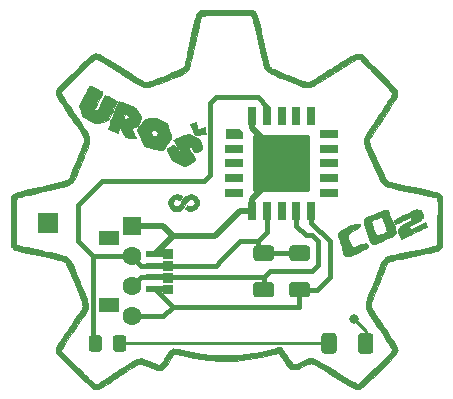
<source format=gbr>
%TF.GenerationSoftware,KiCad,Pcbnew,5.1.10-88a1d61d58~90~ubuntu20.04.1*%
%TF.CreationDate,2021-10-08T11:48:54+02:00*%
%TF.ProjectId,UROS_CO2-brkout,55524f53-5f43-44f3-922d-62726b6f7574,rev?*%
%TF.SameCoordinates,Original*%
%TF.FileFunction,Copper,L1,Top*%
%TF.FilePolarity,Positive*%
%FSLAX46Y46*%
G04 Gerber Fmt 4.6, Leading zero omitted, Abs format (unit mm)*
G04 Created by KiCad (PCBNEW 5.1.10-88a1d61d58~90~ubuntu20.04.1) date 2021-10-08 11:48:54*
%MOMM*%
%LPD*%
G01*
G04 APERTURE LIST*
%TA.AperFunction,EtchedComponent*%
%ADD10C,0.010000*%
%TD*%
%TA.AperFunction,EtchedComponent*%
%ADD11C,0.100000*%
%TD*%
%TA.AperFunction,ComponentPad*%
%ADD12C,0.883477*%
%TD*%
%TA.AperFunction,ComponentPad*%
%ADD13R,1.600200X1.600200*%
%TD*%
%TA.AperFunction,ComponentPad*%
%ADD14C,1.600200*%
%TD*%
%TA.AperFunction,SMDPad,CuDef*%
%ADD15R,0.800000X1.500000*%
%TD*%
%TA.AperFunction,SMDPad,CuDef*%
%ADD16R,1.500000X0.800000*%
%TD*%
%TA.AperFunction,SMDPad,CuDef*%
%ADD17R,0.800000X0.800000*%
%TD*%
%TA.AperFunction,SMDPad,CuDef*%
%ADD18R,1.800000X1.200000*%
%TD*%
%TA.AperFunction,SMDPad,CuDef*%
%ADD19R,1.550000X0.600000*%
%TD*%
%TA.AperFunction,ComponentPad*%
%ADD20R,1.700000X1.700000*%
%TD*%
%TA.AperFunction,ViaPad*%
%ADD21C,0.800000*%
%TD*%
%TA.AperFunction,Conductor*%
%ADD22C,0.400000*%
%TD*%
%TA.AperFunction,Conductor*%
%ADD23C,0.250000*%
%TD*%
%TA.AperFunction,Conductor*%
%ADD24C,0.500000*%
%TD*%
G04 APERTURE END LIST*
D10*
%TO.C,Board2*%
G36*
X82631202Y-56057292D02*
G01*
X82769313Y-56058856D01*
X83016788Y-56064661D01*
X83194933Y-56072685D01*
X83319084Y-56084980D01*
X83404575Y-56103604D01*
X83466743Y-56130610D01*
X83507530Y-56157782D01*
X83569413Y-56206803D01*
X83622931Y-56259213D01*
X83670820Y-56323261D01*
X83715816Y-56407198D01*
X83760653Y-56519276D01*
X83808069Y-56667744D01*
X83860798Y-56860852D01*
X83921576Y-57106852D01*
X83993138Y-57413993D01*
X84078220Y-57790527D01*
X84138770Y-58061586D01*
X84258841Y-58600001D01*
X84362139Y-59062010D01*
X84450265Y-59453858D01*
X84524821Y-59781788D01*
X84587409Y-60052043D01*
X84639631Y-60270867D01*
X84683087Y-60444503D01*
X84719381Y-60579195D01*
X84750112Y-60681186D01*
X84776884Y-60756721D01*
X84801298Y-60812042D01*
X84824955Y-60853392D01*
X84849457Y-60887016D01*
X84869882Y-60911540D01*
X84912842Y-60952632D01*
X84978543Y-60998319D01*
X85074701Y-61052149D01*
X85209033Y-61117667D01*
X85389256Y-61198421D01*
X85623086Y-61297957D01*
X85918241Y-61419822D01*
X86282437Y-61567562D01*
X86402333Y-61615859D01*
X86802235Y-61776038D01*
X87132334Y-61905951D01*
X87401003Y-62007842D01*
X87616615Y-62083955D01*
X87787544Y-62136536D01*
X87922161Y-62167830D01*
X88028840Y-62180081D01*
X88115955Y-62175533D01*
X88191877Y-62156432D01*
X88264980Y-62125023D01*
X88277685Y-62118643D01*
X88339954Y-62083230D01*
X88466800Y-62008024D01*
X88650687Y-61897592D01*
X88884077Y-61756503D01*
X89159434Y-61589326D01*
X89469221Y-61400628D01*
X89805901Y-61194977D01*
X90161936Y-60976943D01*
X90212333Y-60946035D01*
X90570685Y-60727246D01*
X90911261Y-60521265D01*
X91226473Y-60332544D01*
X91508731Y-60165539D01*
X91750445Y-60024703D01*
X91944026Y-59914491D01*
X92081885Y-59839358D01*
X92156431Y-59803756D01*
X92161374Y-59802182D01*
X92307589Y-59782450D01*
X92464252Y-59788053D01*
X92478874Y-59790298D01*
X92522105Y-59801314D01*
X92570944Y-59823434D01*
X92630878Y-59861724D01*
X92707398Y-59921256D01*
X92805994Y-60007099D01*
X92932156Y-60124321D01*
X93091373Y-60277992D01*
X93289136Y-60473183D01*
X93530933Y-60714961D01*
X93822256Y-61008397D01*
X94078857Y-61267757D01*
X94444614Y-61639717D01*
X94764649Y-61969191D01*
X95036438Y-62253478D01*
X95257457Y-62489878D01*
X95425182Y-62675688D01*
X95537089Y-62808209D01*
X95590653Y-62884740D01*
X95591344Y-62886167D01*
X95661116Y-63094128D01*
X95658725Y-63288283D01*
X95611643Y-63438697D01*
X95575975Y-63503703D01*
X95498286Y-63631341D01*
X95383574Y-63813835D01*
X95236836Y-64043404D01*
X95063069Y-64312271D01*
X94867271Y-64612657D01*
X94654438Y-64936784D01*
X94467458Y-65219733D01*
X94244502Y-65556714D01*
X94034349Y-65875425D01*
X93841978Y-66168236D01*
X93672369Y-66427516D01*
X93530504Y-66645634D01*
X93421364Y-66814960D01*
X93349928Y-66927863D01*
X93322648Y-66973626D01*
X93290366Y-67043082D01*
X93269571Y-67112933D01*
X93262830Y-67191033D01*
X93272713Y-67285237D01*
X93301788Y-67403399D01*
X93352623Y-67553372D01*
X93427787Y-67743012D01*
X93529849Y-67980172D01*
X93661377Y-68272706D01*
X93824939Y-68628470D01*
X93956737Y-68912592D01*
X94113148Y-69247266D01*
X94260916Y-69559888D01*
X94395737Y-69841615D01*
X94513305Y-70083601D01*
X94609317Y-70277003D01*
X94679467Y-70412977D01*
X94719451Y-70482680D01*
X94723537Y-70487987D01*
X94759524Y-70522071D01*
X94807872Y-70554582D01*
X94875459Y-70587320D01*
X94969167Y-70622086D01*
X95095876Y-70660679D01*
X95262466Y-70704900D01*
X95475816Y-70756549D01*
X95742808Y-70817428D01*
X96070321Y-70889336D01*
X96465236Y-70974073D01*
X96934433Y-71073440D01*
X97070333Y-71102082D01*
X97467058Y-71186401D01*
X97842171Y-71267594D01*
X98186730Y-71343623D01*
X98491793Y-71412446D01*
X98748417Y-71472025D01*
X98947660Y-71520318D01*
X99080581Y-71555286D01*
X99134917Y-71573092D01*
X99256314Y-71654670D01*
X99362561Y-71763706D01*
X99367750Y-71770802D01*
X99462167Y-71903167D01*
X99462167Y-76058070D01*
X99349528Y-76228252D01*
X99249570Y-76347665D01*
X99133781Y-76443347D01*
X99095528Y-76464962D01*
X99025629Y-76486777D01*
X98881659Y-76522814D01*
X98672651Y-76571101D01*
X98407639Y-76629669D01*
X98095655Y-76696549D01*
X97745733Y-76769771D01*
X97366906Y-76847366D01*
X97043706Y-76912342D01*
X96648440Y-76992032D01*
X96275089Y-77069020D01*
X95932627Y-77141330D01*
X95630031Y-77206991D01*
X95376278Y-77264028D01*
X95180344Y-77310468D01*
X95051206Y-77344338D01*
X95001521Y-77361311D01*
X94887705Y-77440886D01*
X94800363Y-77535398D01*
X94770113Y-77596186D01*
X94712621Y-77725211D01*
X94632138Y-77912116D01*
X94532915Y-78146544D01*
X94419202Y-78418141D01*
X94295249Y-78716550D01*
X94165308Y-79031415D01*
X94033627Y-79352380D01*
X93904458Y-79669089D01*
X93782050Y-79971186D01*
X93670655Y-80248315D01*
X93574523Y-80490120D01*
X93497904Y-80686245D01*
X93445049Y-80826333D01*
X93421785Y-80894285D01*
X93400266Y-81041511D01*
X93407531Y-81183891D01*
X93438702Y-81256557D01*
X93516088Y-81394675D01*
X93637261Y-81594399D01*
X93799791Y-81851884D01*
X94001247Y-82163287D01*
X94239200Y-82524761D01*
X94511220Y-82932463D01*
X94534142Y-82966606D01*
X94822447Y-83397726D01*
X95064091Y-83763277D01*
X95261305Y-84066817D01*
X95416315Y-84311901D01*
X95531349Y-84502088D01*
X95608637Y-84640934D01*
X95650405Y-84731997D01*
X95658936Y-84762307D01*
X95669535Y-84843257D01*
X95670752Y-84918990D01*
X95657967Y-84995251D01*
X95626562Y-85077784D01*
X95571917Y-85172332D01*
X95489413Y-85284639D01*
X95374432Y-85420450D01*
X95222353Y-85585508D01*
X95028559Y-85785557D01*
X94788429Y-86026341D01*
X94497345Y-86313605D01*
X94150687Y-86653092D01*
X94093427Y-86709052D01*
X93742309Y-87051702D01*
X93445580Y-87339514D01*
X93197331Y-87577082D01*
X92991650Y-87769001D01*
X92822626Y-87919867D01*
X92684349Y-88034275D01*
X92570908Y-88116818D01*
X92476392Y-88172091D01*
X92394890Y-88204691D01*
X92320491Y-88219210D01*
X92247285Y-88220245D01*
X92169361Y-88212389D01*
X92160949Y-88211274D01*
X92089715Y-88187696D01*
X91966464Y-88128203D01*
X91788199Y-88031053D01*
X91551917Y-87894505D01*
X91254621Y-87716819D01*
X90893309Y-87496254D01*
X90464982Y-87231069D01*
X90370807Y-87172397D01*
X90030608Y-86960553D01*
X89708767Y-86760709D01*
X89413180Y-86577729D01*
X89151743Y-86416474D01*
X88932353Y-86281807D01*
X88762906Y-86178590D01*
X88651298Y-86111686D01*
X88609858Y-86088035D01*
X88488762Y-86039133D01*
X88363042Y-86022089D01*
X88218324Y-86039689D01*
X88040232Y-86094714D01*
X87814390Y-86189948D01*
X87628273Y-86278089D01*
X87412526Y-86381692D01*
X87254436Y-86452365D01*
X87136271Y-86495717D01*
X87040298Y-86517354D01*
X86948786Y-86522884D01*
X86865231Y-86519370D01*
X86722458Y-86501961D01*
X86602205Y-86463632D01*
X86492392Y-86394085D01*
X86380940Y-86283025D01*
X86255770Y-86120152D01*
X86104802Y-85895171D01*
X86070471Y-85841848D01*
X85947131Y-85651532D01*
X85831597Y-85477086D01*
X85735718Y-85336148D01*
X85671344Y-85246359D01*
X85664837Y-85238014D01*
X85569897Y-85118948D01*
X85171198Y-85231674D01*
X84078863Y-85497064D01*
X82976526Y-85678381D01*
X81864185Y-85775625D01*
X80741841Y-85788796D01*
X79609493Y-85717894D01*
X78467138Y-85562919D01*
X77314776Y-85323871D01*
X77237167Y-85304838D01*
X77045614Y-85255379D01*
X76905133Y-85221923D01*
X76801557Y-85212101D01*
X76720719Y-85233542D01*
X76648452Y-85293873D01*
X76570590Y-85400726D01*
X76472964Y-85561727D01*
X76341409Y-85784508D01*
X76339021Y-85788500D01*
X76193678Y-86027190D01*
X76079154Y-86203524D01*
X75985919Y-86329582D01*
X75904446Y-86417444D01*
X75825207Y-86479189D01*
X75768185Y-86512189D01*
X75640600Y-86560899D01*
X75498966Y-86575658D01*
X75330661Y-86554155D01*
X75123063Y-86494084D01*
X74863550Y-86393135D01*
X74680639Y-86313317D01*
X74413857Y-86195799D01*
X74209527Y-86112515D01*
X74054200Y-86060185D01*
X73934428Y-86035529D01*
X73836759Y-86035267D01*
X73747745Y-86056120D01*
X73700319Y-86074260D01*
X73634505Y-86109967D01*
X73506045Y-86187040D01*
X73323052Y-86300353D01*
X73093640Y-86444780D01*
X72825921Y-86615195D01*
X72528009Y-86806470D01*
X72208018Y-87013481D01*
X72013281Y-87140185D01*
X71686066Y-87352913D01*
X71377879Y-87552069D01*
X71096553Y-87732681D01*
X70849918Y-87889774D01*
X70645806Y-88018373D01*
X70492048Y-88113507D01*
X70396477Y-88170200D01*
X70370108Y-88183777D01*
X70173255Y-88219169D01*
X69959026Y-88193462D01*
X69859351Y-88159035D01*
X69800033Y-88116770D01*
X69688635Y-88021591D01*
X69532616Y-87880778D01*
X69339434Y-87701614D01*
X69116547Y-87491382D01*
X68871413Y-87257362D01*
X68611492Y-87006837D01*
X68344241Y-86747089D01*
X68077118Y-86485400D01*
X67817582Y-86229052D01*
X67573090Y-85985327D01*
X67351103Y-85761507D01*
X67159076Y-85564874D01*
X67004470Y-85402709D01*
X66894742Y-85282296D01*
X66837350Y-85210916D01*
X66833750Y-85204949D01*
X66783627Y-85059125D01*
X66761953Y-84879111D01*
X66770197Y-84702521D01*
X66808929Y-84568633D01*
X66842615Y-84514611D01*
X66918594Y-84398305D01*
X67031658Y-84227518D01*
X67176600Y-84010053D01*
X67348213Y-83753712D01*
X67541288Y-83466300D01*
X67750618Y-83155618D01*
X67864929Y-82986327D01*
X68081577Y-82665024D01*
X68285332Y-82361519D01*
X68470864Y-82083845D01*
X68632846Y-81840034D01*
X68765952Y-81638119D01*
X68864853Y-81486131D01*
X68924223Y-81392103D01*
X68937499Y-81369180D01*
X68968721Y-81302052D01*
X68989569Y-81233597D01*
X68997857Y-81156227D01*
X68991396Y-81062351D01*
X68967999Y-80944379D01*
X68925476Y-80794724D01*
X68861640Y-80605794D01*
X68774303Y-80370000D01*
X68661276Y-80079754D01*
X68520373Y-79727466D01*
X68349403Y-79305545D01*
X68325826Y-79247573D01*
X68179691Y-78890642D01*
X68040922Y-78556089D01*
X67913223Y-78252528D01*
X67800298Y-77988573D01*
X67705853Y-77772839D01*
X67633593Y-77613940D01*
X67587221Y-77520491D01*
X67574509Y-77500557D01*
X67482885Y-77421975D01*
X67373600Y-77352961D01*
X67307225Y-77331003D01*
X67166704Y-77293887D01*
X66960801Y-77243633D01*
X66698275Y-77182258D01*
X66387889Y-77111779D01*
X66038403Y-77034215D01*
X65658580Y-76951584D01*
X65278000Y-76870307D01*
X64739833Y-76755194D01*
X64281042Y-76654463D01*
X63902303Y-76568274D01*
X63604293Y-76496790D01*
X63387688Y-76440170D01*
X63253164Y-76398576D01*
X63206282Y-76377146D01*
X63104907Y-76285855D01*
X63015782Y-76183696D01*
X62995873Y-76154891D01*
X62979247Y-76121536D01*
X62965607Y-76076232D01*
X62954659Y-76011583D01*
X62946106Y-75920191D01*
X62939654Y-75794658D01*
X62935007Y-75627586D01*
X62931869Y-75411578D01*
X62929945Y-75139237D01*
X62928939Y-74803164D01*
X62928556Y-74395963D01*
X62928500Y-73998667D01*
X62928583Y-73526922D01*
X62929031Y-73132438D01*
X62930144Y-72807809D01*
X62932221Y-72545630D01*
X62935564Y-72338493D01*
X62940471Y-72178994D01*
X62942644Y-72140721D01*
X63330667Y-72140721D01*
X63330667Y-73996337D01*
X63330877Y-74443702D01*
X63331705Y-74814106D01*
X63333445Y-75115255D01*
X63336392Y-75354854D01*
X63340840Y-75540610D01*
X63347086Y-75680227D01*
X63355422Y-75781412D01*
X63366144Y-75851870D01*
X63379548Y-75899306D01*
X63395927Y-75931427D01*
X63405173Y-75943965D01*
X63432466Y-75967659D01*
X63480849Y-75992866D01*
X63557180Y-76021295D01*
X63668320Y-76054657D01*
X63821130Y-76094661D01*
X64022470Y-76143020D01*
X64279201Y-76201442D01*
X64598183Y-76271639D01*
X64986275Y-76355320D01*
X65450340Y-76454197D01*
X65459414Y-76456123D01*
X65860762Y-76542055D01*
X66239871Y-76624679D01*
X66588047Y-76701998D01*
X66896593Y-76772012D01*
X67156814Y-76832725D01*
X67360017Y-76882138D01*
X67497506Y-76918254D01*
X67559999Y-76938764D01*
X67806836Y-77109881D01*
X67996709Y-77333342D01*
X68047539Y-77422598D01*
X68085059Y-77504473D01*
X68150387Y-77655128D01*
X68239471Y-77864897D01*
X68348262Y-78124116D01*
X68472709Y-78423120D01*
X68608760Y-78752244D01*
X68752366Y-79101823D01*
X68794854Y-79205667D01*
X68956493Y-79601598D01*
X69088817Y-79927738D01*
X69194749Y-80192583D01*
X69277214Y-80404629D01*
X69339135Y-80572372D01*
X69383436Y-80704310D01*
X69413041Y-80808939D01*
X69430874Y-80894755D01*
X69439859Y-80970255D01*
X69442919Y-81043935D01*
X69443131Y-81089500D01*
X69427655Y-81326976D01*
X69380547Y-81501046D01*
X69364843Y-81534000D01*
X69334404Y-81586876D01*
X69280505Y-81673379D01*
X69200579Y-81797357D01*
X69092059Y-81962659D01*
X68952378Y-82173133D01*
X68778968Y-82432626D01*
X68569262Y-82744987D01*
X68320692Y-83114063D01*
X68030693Y-83543703D01*
X67696695Y-84037756D01*
X67535034Y-84276686D01*
X67410376Y-84466683D01*
X67305122Y-84638154D01*
X67227849Y-84776255D01*
X67187135Y-84866144D01*
X67183000Y-84885855D01*
X67209942Y-84936448D01*
X67291583Y-85036962D01*
X67429147Y-85188681D01*
X67623854Y-85392885D01*
X67876929Y-85650858D01*
X68189593Y-85963881D01*
X68563070Y-86333237D01*
X68564017Y-86334169D01*
X68849607Y-86614455D01*
X69119078Y-86877348D01*
X69365971Y-87116661D01*
X69583827Y-87326204D01*
X69766187Y-87499788D01*
X69906593Y-87631225D01*
X69998584Y-87714324D01*
X70033307Y-87742027D01*
X70154598Y-87768070D01*
X70212321Y-87756054D01*
X70266077Y-87726175D01*
X70382859Y-87654781D01*
X70554912Y-87546817D01*
X70774480Y-87407228D01*
X71033808Y-87240960D01*
X71325141Y-87052956D01*
X71640724Y-86848162D01*
X71843948Y-86715719D01*
X72173955Y-86501453D01*
X72487578Y-86300021D01*
X72776569Y-86116564D01*
X73032678Y-85956220D01*
X73247656Y-85824131D01*
X73413255Y-85725436D01*
X73521226Y-85665274D01*
X73554167Y-85650071D01*
X73726949Y-85606242D01*
X73909745Y-85598115D01*
X74116012Y-85628195D01*
X74359209Y-85698987D01*
X74652796Y-85812995D01*
X74819491Y-85885559D01*
X75029961Y-85977446D01*
X75217596Y-86055317D01*
X75366843Y-86113024D01*
X75462150Y-86144417D01*
X75484087Y-86148333D01*
X75531378Y-86136051D01*
X75586708Y-86093459D01*
X75656625Y-86011940D01*
X75747675Y-85882877D01*
X75866404Y-85697653D01*
X76019359Y-85447651D01*
X76030815Y-85428667D01*
X76194451Y-85169486D01*
X76332608Y-84980201D01*
X76453069Y-84852850D01*
X76563616Y-84779467D01*
X76672031Y-84752090D01*
X76692609Y-84751432D01*
X76780740Y-84761175D01*
X76932208Y-84788010D01*
X77128277Y-84828231D01*
X77350209Y-84878134D01*
X77433443Y-84897905D01*
X78296659Y-85084636D01*
X79125292Y-85217791D01*
X79947724Y-85300394D01*
X80792341Y-85335466D01*
X81503303Y-85331329D01*
X82210103Y-85301583D01*
X82861998Y-85245888D01*
X83485887Y-85160119D01*
X84108670Y-85040151D01*
X84757247Y-84881859D01*
X85152927Y-84771708D01*
X85371410Y-84710894D01*
X85560205Y-84662838D01*
X85704973Y-84630835D01*
X85791374Y-84618177D01*
X85809094Y-84621000D01*
X85838010Y-84665006D01*
X85905927Y-84768548D01*
X86005446Y-84920344D01*
X86129171Y-85109109D01*
X86269704Y-85323559D01*
X86293452Y-85359803D01*
X86480886Y-85639772D01*
X86633321Y-85854420D01*
X86748872Y-86001257D01*
X86825650Y-86077794D01*
X86845787Y-86088353D01*
X86928248Y-86079395D01*
X87076738Y-86030663D01*
X87283998Y-85944785D01*
X87441501Y-85872782D01*
X87651226Y-85778459D01*
X87853424Y-85695205D01*
X88025728Y-85631755D01*
X88145774Y-85596846D01*
X88150189Y-85595971D01*
X88244097Y-85580177D01*
X88332623Y-85572819D01*
X88422736Y-85577234D01*
X88521408Y-85596762D01*
X88635611Y-85634741D01*
X88772315Y-85694509D01*
X88938491Y-85779404D01*
X89141112Y-85892766D01*
X89387147Y-86037933D01*
X89683569Y-86218243D01*
X90037348Y-86437036D01*
X90455455Y-86697648D01*
X90471359Y-86707580D01*
X90837225Y-86934770D01*
X91176052Y-87142622D01*
X91481248Y-87327248D01*
X91746220Y-87484759D01*
X91964377Y-87611268D01*
X92129125Y-87702888D01*
X92233874Y-87755729D01*
X92268654Y-87767583D01*
X92310774Y-87750942D01*
X92385187Y-87698719D01*
X92495670Y-87607463D01*
X92646001Y-87473724D01*
X92839956Y-87294053D01*
X93081313Y-87064998D01*
X93373850Y-86783111D01*
X93721342Y-86444940D01*
X93788159Y-86379645D01*
X94128985Y-86045632D01*
X94413201Y-85765193D01*
X94645434Y-85533438D01*
X94830314Y-85345476D01*
X94972467Y-85196416D01*
X95076523Y-85081365D01*
X95147110Y-84995435D01*
X95188856Y-84933733D01*
X95206389Y-84891368D01*
X95207667Y-84879549D01*
X95185877Y-84816073D01*
X95119893Y-84692383D01*
X95008793Y-84507014D01*
X94851656Y-84258502D01*
X94647559Y-83945383D01*
X94395581Y-83566191D01*
X94165993Y-83224779D01*
X93944835Y-82896098D01*
X93736080Y-82583613D01*
X93545051Y-82295454D01*
X93377069Y-82039747D01*
X93237457Y-81824622D01*
X93131536Y-81658207D01*
X93064629Y-81548629D01*
X93045089Y-81512833D01*
X92985016Y-81311244D01*
X92964930Y-81074791D01*
X92966423Y-81005634D01*
X92973260Y-80934765D01*
X92988240Y-80854201D01*
X93014161Y-80755962D01*
X93053822Y-80632065D01*
X93110023Y-80474531D01*
X93185561Y-80275377D01*
X93283236Y-80026621D01*
X93405847Y-79720284D01*
X93556192Y-79348382D01*
X93660182Y-79092159D01*
X93809631Y-78727079D01*
X93953116Y-78381974D01*
X94086782Y-78065730D01*
X94206775Y-77787235D01*
X94309239Y-77555374D01*
X94390320Y-77379035D01*
X94446163Y-77267105D01*
X94465949Y-77234562D01*
X94521742Y-77164735D01*
X94579534Y-77103851D01*
X94646680Y-77049656D01*
X94730532Y-76999899D01*
X94838443Y-76952326D01*
X94977766Y-76904684D01*
X95155853Y-76854722D01*
X95380058Y-76800185D01*
X95657733Y-76738822D01*
X95996231Y-76668380D01*
X96402905Y-76586606D01*
X96885107Y-76491247D01*
X96904676Y-76487392D01*
X97415541Y-76385870D01*
X97846333Y-76298228D01*
X98200371Y-76223721D01*
X98480975Y-76161600D01*
X98691465Y-76111120D01*
X98835161Y-76071532D01*
X98915382Y-76042089D01*
X98932693Y-76030974D01*
X98952634Y-76002862D01*
X98969047Y-75956467D01*
X98982537Y-75882972D01*
X98993708Y-75773563D01*
X99003166Y-75619426D01*
X99011517Y-75411746D01*
X99019365Y-75141707D01*
X99027315Y-74800496D01*
X99031778Y-74587734D01*
X99042245Y-74065836D01*
X99050504Y-73621943D01*
X99056410Y-73249421D01*
X99059817Y-72941633D01*
X99060581Y-72691944D01*
X99058555Y-72493718D01*
X99053594Y-72340320D01*
X99045555Y-72225114D01*
X99034290Y-72141464D01*
X99019655Y-72082734D01*
X99001505Y-72042289D01*
X98979695Y-72013494D01*
X98975333Y-72009000D01*
X98902068Y-71947057D01*
X98855291Y-71924333D01*
X98808009Y-71915814D01*
X98686065Y-71891387D01*
X98497612Y-71852749D01*
X98250804Y-71801597D01*
X97953793Y-71739627D01*
X97614735Y-71668535D01*
X97241783Y-71590018D01*
X96843089Y-71505772D01*
X96814096Y-71499634D01*
X96324159Y-71395538D01*
X95909940Y-71306263D01*
X95564234Y-71229546D01*
X95279834Y-71163123D01*
X95049534Y-71104734D01*
X94866128Y-71052113D01*
X94722408Y-71002999D01*
X94611170Y-70955129D01*
X94525205Y-70906239D01*
X94457309Y-70854068D01*
X94400275Y-70796351D01*
X94346896Y-70730826D01*
X94340923Y-70723025D01*
X94291284Y-70641967D01*
X94213171Y-70494487D01*
X94111490Y-70291316D01*
X93991144Y-70043182D01*
X93857041Y-69760815D01*
X93714084Y-69454943D01*
X93567179Y-69136296D01*
X93421231Y-68815604D01*
X93281145Y-68503596D01*
X93151826Y-68211001D01*
X93038180Y-67948548D01*
X92945110Y-67726966D01*
X92877524Y-67556985D01*
X92840325Y-67449335D01*
X92835831Y-67430836D01*
X92819507Y-67336224D01*
X92810845Y-67248502D01*
X92813252Y-67160966D01*
X92830133Y-67066909D01*
X92864894Y-66959624D01*
X92920941Y-66832407D01*
X93001679Y-66678550D01*
X93110515Y-66491349D01*
X93250854Y-66264097D01*
X93426102Y-65990087D01*
X93639665Y-65662615D01*
X93894948Y-65274974D01*
X94049671Y-65040805D01*
X94322082Y-64627783D01*
X94550392Y-64279303D01*
X94737998Y-63989814D01*
X94888293Y-63753767D01*
X95004672Y-63565612D01*
X95090530Y-63419800D01*
X95149261Y-63310780D01*
X95184261Y-63233003D01*
X95198922Y-63180920D01*
X95199519Y-63160952D01*
X95183261Y-63117408D01*
X95138761Y-63049503D01*
X95061782Y-62952565D01*
X94948090Y-62821921D01*
X94793449Y-62652898D01*
X94593623Y-62440825D01*
X94344377Y-62181028D01*
X94041475Y-61868834D01*
X93855558Y-61678303D01*
X93577504Y-61394549D01*
X93314948Y-61128069D01*
X93074342Y-60885308D01*
X92862139Y-60672708D01*
X92684791Y-60496716D01*
X92548752Y-60363776D01*
X92460473Y-60280331D01*
X92429647Y-60254209D01*
X92338449Y-60214646D01*
X92248380Y-60237312D01*
X92236589Y-60243310D01*
X92181765Y-60275139D01*
X92062162Y-60346732D01*
X91885179Y-60453595D01*
X91658216Y-60591232D01*
X91388670Y-60755150D01*
X91083942Y-60940855D01*
X90751429Y-61143851D01*
X90398532Y-61359645D01*
X90360500Y-61382921D01*
X90003832Y-61600958D01*
X89665042Y-61807544D01*
X89351794Y-61998039D01*
X89071755Y-62167806D01*
X88832591Y-62312208D01*
X88641968Y-62426605D01*
X88507552Y-62506362D01*
X88437009Y-62546838D01*
X88434333Y-62548252D01*
X88256513Y-62605740D01*
X88018623Y-62628621D01*
X88011000Y-62628732D01*
X87931448Y-62627924D01*
X87852905Y-62621312D01*
X87765750Y-62605736D01*
X87660366Y-62578037D01*
X87527132Y-62535054D01*
X87356429Y-62473625D01*
X87138638Y-62390592D01*
X86864139Y-62282793D01*
X86523313Y-62147067D01*
X86423500Y-62107155D01*
X86097471Y-61976018D01*
X85786124Y-61849459D01*
X85500955Y-61732249D01*
X85253459Y-61629163D01*
X85055131Y-61544973D01*
X84917467Y-61484452D01*
X84870497Y-61462350D01*
X84625553Y-61301301D01*
X84444576Y-61089535D01*
X84352426Y-60910830D01*
X84330749Y-60840018D01*
X84292947Y-60695278D01*
X84241096Y-60485371D01*
X84177272Y-60219055D01*
X84103551Y-59905090D01*
X84022008Y-59552237D01*
X83934719Y-59169254D01*
X83843760Y-58764901D01*
X83841349Y-58754108D01*
X83751532Y-58352603D01*
X83666801Y-57974832D01*
X83589041Y-57629139D01*
X83520139Y-57323862D01*
X83461982Y-57067343D01*
X83416457Y-56867923D01*
X83385449Y-56733943D01*
X83370846Y-56673742D01*
X83370522Y-56672622D01*
X83355710Y-56629064D01*
X83335019Y-56592696D01*
X83301382Y-56563001D01*
X83247731Y-56539462D01*
X83167001Y-56521561D01*
X83052124Y-56508783D01*
X82896034Y-56500609D01*
X82691664Y-56496523D01*
X82431947Y-56496006D01*
X82109818Y-56498543D01*
X81718208Y-56503616D01*
X81250052Y-56510708D01*
X81174167Y-56511892D01*
X80769753Y-56518854D01*
X80389886Y-56526630D01*
X80043234Y-56534955D01*
X79738468Y-56543563D01*
X79484258Y-56552188D01*
X79289272Y-56560564D01*
X79162183Y-56568426D01*
X79112464Y-56575069D01*
X79089730Y-56586703D01*
X79068850Y-56604447D01*
X79048125Y-56634930D01*
X79025858Y-56684783D01*
X79000353Y-56760638D01*
X78969911Y-56869124D01*
X78932835Y-57016873D01*
X78887428Y-57210516D01*
X78831993Y-57456682D01*
X78764831Y-57762003D01*
X78684246Y-58133110D01*
X78588540Y-58576632D01*
X78527366Y-58860689D01*
X78439616Y-59263908D01*
X78354666Y-59645998D01*
X78274612Y-59998108D01*
X78201546Y-60311392D01*
X78137564Y-60576998D01*
X78084759Y-60786078D01*
X78045226Y-60929783D01*
X78021448Y-60998522D01*
X77895521Y-61180749D01*
X77722659Y-61351951D01*
X77537400Y-61478068D01*
X77532834Y-61480386D01*
X77463756Y-61511221D01*
X77326285Y-61569274D01*
X77130651Y-61650345D01*
X76887083Y-61750232D01*
X76605810Y-61864735D01*
X76297062Y-61989654D01*
X76072334Y-62080134D01*
X75670556Y-62240506D01*
X75337814Y-62370203D01*
X75065196Y-62471605D01*
X74843791Y-62547090D01*
X74664688Y-62599040D01*
X74518975Y-62629833D01*
X74397741Y-62641849D01*
X74292075Y-62637469D01*
X74193063Y-62619071D01*
X74125667Y-62599980D01*
X74053098Y-62566116D01*
X73916702Y-62491367D01*
X73724088Y-62380292D01*
X73482866Y-62237450D01*
X73200646Y-62067399D01*
X72885037Y-61874696D01*
X72543651Y-61663901D01*
X72184097Y-61439573D01*
X72093667Y-61382793D01*
X71734480Y-61157776D01*
X71394746Y-60946471D01*
X71081605Y-60753216D01*
X70802199Y-60582346D01*
X70563671Y-60438197D01*
X70373162Y-60325107D01*
X70237814Y-60247410D01*
X70164768Y-60209444D01*
X70156262Y-60206485D01*
X70120589Y-60210779D01*
X70067270Y-60238270D01*
X69990480Y-60294110D01*
X69884391Y-60383453D01*
X69743178Y-60511453D01*
X69561016Y-60683263D01*
X69332077Y-60904036D01*
X69050535Y-61178926D01*
X68992096Y-61236245D01*
X68615294Y-61606048D01*
X68294449Y-61921183D01*
X68025120Y-62186319D01*
X67802868Y-62406124D01*
X67623254Y-62585269D01*
X67481837Y-62728421D01*
X67374179Y-62840249D01*
X67295839Y-62925422D01*
X67242379Y-62988609D01*
X67209358Y-63034479D01*
X67192337Y-63067700D01*
X67186877Y-63092941D01*
X67188538Y-63114871D01*
X67191402Y-63129919D01*
X67218384Y-63184045D01*
X67288317Y-63300664D01*
X67396389Y-63472364D01*
X67537785Y-63691730D01*
X67707693Y-63951351D01*
X67901298Y-64243812D01*
X68113788Y-64561701D01*
X68312131Y-64855930D01*
X68539243Y-65192255D01*
X68753723Y-65511259D01*
X68950462Y-65805246D01*
X69124354Y-66066521D01*
X69270290Y-66287388D01*
X69383164Y-66460153D01*
X69457867Y-66577119D01*
X69487500Y-66626846D01*
X69563528Y-66852296D01*
X69586763Y-67109417D01*
X69554935Y-67361941D01*
X69537300Y-67422548D01*
X69498849Y-67528630D01*
X69434253Y-67695814D01*
X69347931Y-67913431D01*
X69244304Y-68170811D01*
X69127789Y-68457283D01*
X69002806Y-68762178D01*
X68873774Y-69074824D01*
X68745113Y-69384551D01*
X68621242Y-69680690D01*
X68506580Y-69952570D01*
X68405546Y-70189520D01*
X68322559Y-70380871D01*
X68262039Y-70515952D01*
X68228405Y-70584092D01*
X68226929Y-70586453D01*
X68152290Y-70670860D01*
X68037368Y-70770849D01*
X67963299Y-70825640D01*
X67912814Y-70857353D01*
X67851814Y-70888235D01*
X67773078Y-70920220D01*
X67669385Y-70955239D01*
X67533515Y-70995225D01*
X67358248Y-71042110D01*
X67136363Y-71097828D01*
X66860639Y-71164310D01*
X66523856Y-71243489D01*
X66118795Y-71337297D01*
X65644899Y-71446140D01*
X65165214Y-71556339D01*
X64761382Y-71649924D01*
X64426620Y-71728702D01*
X64154143Y-71794477D01*
X63937165Y-71849056D01*
X63768903Y-71894245D01*
X63642571Y-71931848D01*
X63551385Y-71963672D01*
X63488560Y-71991523D01*
X63447311Y-72017205D01*
X63425917Y-72036713D01*
X63330667Y-72140721D01*
X62942644Y-72140721D01*
X62947243Y-72059727D01*
X62956178Y-71973285D01*
X62967577Y-71912263D01*
X62981740Y-71869255D01*
X62998967Y-71836856D01*
X63017059Y-71811021D01*
X63061138Y-71754760D01*
X63108860Y-71704890D01*
X63167262Y-71659184D01*
X63243381Y-71615415D01*
X63344254Y-71571357D01*
X63476918Y-71524785D01*
X63648411Y-71473470D01*
X63865769Y-71415188D01*
X64136031Y-71347712D01*
X64466232Y-71268815D01*
X64863411Y-71176272D01*
X65334605Y-71067855D01*
X65448962Y-71041637D01*
X65953193Y-70924996D01*
X66401842Y-70818996D01*
X66790642Y-70724717D01*
X67115326Y-70643237D01*
X67371628Y-70575637D01*
X67555280Y-70522996D01*
X67662015Y-70486394D01*
X67681732Y-70476785D01*
X67725987Y-70448440D01*
X67765874Y-70416784D01*
X67804961Y-70374469D01*
X67846814Y-70314143D01*
X67894999Y-70228458D01*
X67953083Y-70110063D01*
X68024632Y-69951608D01*
X68113214Y-69745745D01*
X68222395Y-69485122D01*
X68355740Y-69162389D01*
X68516818Y-68770198D01*
X68554812Y-68677568D01*
X68717852Y-68278191D01*
X68850064Y-67948357D01*
X68953706Y-67679677D01*
X69031038Y-67463761D01*
X69084319Y-67292218D01*
X69115809Y-67156659D01*
X69127767Y-67048694D01*
X69122452Y-66959933D01*
X69102125Y-66881986D01*
X69069044Y-66806464D01*
X69062282Y-66793199D01*
X69025062Y-66731838D01*
X68945336Y-66608061D01*
X68828167Y-66429487D01*
X68678618Y-66203739D01*
X68501755Y-65938438D01*
X68302641Y-65641206D01*
X68086340Y-65319663D01*
X67889483Y-65028094D01*
X67631665Y-64646612D01*
X67417326Y-64328374D01*
X67242386Y-64066579D01*
X67102764Y-63854426D01*
X66994379Y-63685114D01*
X66913150Y-63551840D01*
X66854997Y-63447802D01*
X66815840Y-63366201D01*
X66791596Y-63300233D01*
X66778187Y-63243097D01*
X66771530Y-63187992D01*
X66769618Y-63161543D01*
X66772517Y-62970804D01*
X66813932Y-62825372D01*
X66831167Y-62791865D01*
X66876375Y-62735166D01*
X66976031Y-62625962D01*
X67123812Y-62470700D01*
X67313399Y-62275830D01*
X67538468Y-62047800D01*
X67792700Y-61793059D01*
X68069772Y-61518054D01*
X68353586Y-61238814D01*
X68697307Y-60902197D01*
X68986554Y-60620105D01*
X69227430Y-60387909D01*
X69426037Y-60200982D01*
X69588477Y-60054695D01*
X69720850Y-59944419D01*
X69829260Y-59865526D01*
X69919808Y-59813388D01*
X69998596Y-59783377D01*
X70071726Y-59770864D01*
X70145299Y-59771221D01*
X70225418Y-59779819D01*
X70269331Y-59785694D01*
X70334566Y-59806863D01*
X70445913Y-59860130D01*
X70606922Y-59947584D01*
X70821142Y-60071314D01*
X71092124Y-60233408D01*
X71423417Y-60435955D01*
X71818573Y-60681043D01*
X72245733Y-60948508D01*
X72602657Y-61172604D01*
X72939964Y-61384041D01*
X73250454Y-61578330D01*
X73526926Y-61750980D01*
X73762179Y-61897502D01*
X73949012Y-62013406D01*
X74080224Y-62094202D01*
X74148614Y-62135400D01*
X74154633Y-62138766D01*
X74224734Y-62169346D01*
X74301987Y-62186283D01*
X74394682Y-62187299D01*
X74511102Y-62170115D01*
X74659535Y-62132454D01*
X74848268Y-62072034D01*
X75085586Y-61986579D01*
X75379776Y-61873809D01*
X75739124Y-61731446D01*
X75963565Y-61641308D01*
X76288737Y-61508683D01*
X76594230Y-61380987D01*
X76869714Y-61262774D01*
X77104863Y-61158597D01*
X77289346Y-61073009D01*
X77412837Y-61010562D01*
X77458304Y-60982392D01*
X77560225Y-60882916D01*
X77634449Y-60778609D01*
X77645297Y-60755126D01*
X77662639Y-60692279D01*
X77695811Y-60555104D01*
X77742908Y-60352060D01*
X77802026Y-60091607D01*
X77871262Y-59782205D01*
X77948712Y-59432315D01*
X78032472Y-59050396D01*
X78120638Y-58644908D01*
X78132181Y-58591565D01*
X78221212Y-58183674D01*
X78306882Y-57798368D01*
X78387200Y-57444099D01*
X78460177Y-57129320D01*
X78523825Y-56862484D01*
X78576155Y-56652041D01*
X78615176Y-56506446D01*
X78638900Y-56434150D01*
X78640725Y-56430630D01*
X78718375Y-56335259D01*
X78829257Y-56236976D01*
X78857264Y-56216731D01*
X79008824Y-56112833D01*
X80578329Y-56080022D01*
X80967149Y-56072594D01*
X81357182Y-56066430D01*
X81733516Y-56061674D01*
X82081239Y-56058469D01*
X82385438Y-56056961D01*
X82631202Y-56057292D01*
G37*
X82631202Y-56057292D02*
X82769313Y-56058856D01*
X83016788Y-56064661D01*
X83194933Y-56072685D01*
X83319084Y-56084980D01*
X83404575Y-56103604D01*
X83466743Y-56130610D01*
X83507530Y-56157782D01*
X83569413Y-56206803D01*
X83622931Y-56259213D01*
X83670820Y-56323261D01*
X83715816Y-56407198D01*
X83760653Y-56519276D01*
X83808069Y-56667744D01*
X83860798Y-56860852D01*
X83921576Y-57106852D01*
X83993138Y-57413993D01*
X84078220Y-57790527D01*
X84138770Y-58061586D01*
X84258841Y-58600001D01*
X84362139Y-59062010D01*
X84450265Y-59453858D01*
X84524821Y-59781788D01*
X84587409Y-60052043D01*
X84639631Y-60270867D01*
X84683087Y-60444503D01*
X84719381Y-60579195D01*
X84750112Y-60681186D01*
X84776884Y-60756721D01*
X84801298Y-60812042D01*
X84824955Y-60853392D01*
X84849457Y-60887016D01*
X84869882Y-60911540D01*
X84912842Y-60952632D01*
X84978543Y-60998319D01*
X85074701Y-61052149D01*
X85209033Y-61117667D01*
X85389256Y-61198421D01*
X85623086Y-61297957D01*
X85918241Y-61419822D01*
X86282437Y-61567562D01*
X86402333Y-61615859D01*
X86802235Y-61776038D01*
X87132334Y-61905951D01*
X87401003Y-62007842D01*
X87616615Y-62083955D01*
X87787544Y-62136536D01*
X87922161Y-62167830D01*
X88028840Y-62180081D01*
X88115955Y-62175533D01*
X88191877Y-62156432D01*
X88264980Y-62125023D01*
X88277685Y-62118643D01*
X88339954Y-62083230D01*
X88466800Y-62008024D01*
X88650687Y-61897592D01*
X88884077Y-61756503D01*
X89159434Y-61589326D01*
X89469221Y-61400628D01*
X89805901Y-61194977D01*
X90161936Y-60976943D01*
X90212333Y-60946035D01*
X90570685Y-60727246D01*
X90911261Y-60521265D01*
X91226473Y-60332544D01*
X91508731Y-60165539D01*
X91750445Y-60024703D01*
X91944026Y-59914491D01*
X92081885Y-59839358D01*
X92156431Y-59803756D01*
X92161374Y-59802182D01*
X92307589Y-59782450D01*
X92464252Y-59788053D01*
X92478874Y-59790298D01*
X92522105Y-59801314D01*
X92570944Y-59823434D01*
X92630878Y-59861724D01*
X92707398Y-59921256D01*
X92805994Y-60007099D01*
X92932156Y-60124321D01*
X93091373Y-60277992D01*
X93289136Y-60473183D01*
X93530933Y-60714961D01*
X93822256Y-61008397D01*
X94078857Y-61267757D01*
X94444614Y-61639717D01*
X94764649Y-61969191D01*
X95036438Y-62253478D01*
X95257457Y-62489878D01*
X95425182Y-62675688D01*
X95537089Y-62808209D01*
X95590653Y-62884740D01*
X95591344Y-62886167D01*
X95661116Y-63094128D01*
X95658725Y-63288283D01*
X95611643Y-63438697D01*
X95575975Y-63503703D01*
X95498286Y-63631341D01*
X95383574Y-63813835D01*
X95236836Y-64043404D01*
X95063069Y-64312271D01*
X94867271Y-64612657D01*
X94654438Y-64936784D01*
X94467458Y-65219733D01*
X94244502Y-65556714D01*
X94034349Y-65875425D01*
X93841978Y-66168236D01*
X93672369Y-66427516D01*
X93530504Y-66645634D01*
X93421364Y-66814960D01*
X93349928Y-66927863D01*
X93322648Y-66973626D01*
X93290366Y-67043082D01*
X93269571Y-67112933D01*
X93262830Y-67191033D01*
X93272713Y-67285237D01*
X93301788Y-67403399D01*
X93352623Y-67553372D01*
X93427787Y-67743012D01*
X93529849Y-67980172D01*
X93661377Y-68272706D01*
X93824939Y-68628470D01*
X93956737Y-68912592D01*
X94113148Y-69247266D01*
X94260916Y-69559888D01*
X94395737Y-69841615D01*
X94513305Y-70083601D01*
X94609317Y-70277003D01*
X94679467Y-70412977D01*
X94719451Y-70482680D01*
X94723537Y-70487987D01*
X94759524Y-70522071D01*
X94807872Y-70554582D01*
X94875459Y-70587320D01*
X94969167Y-70622086D01*
X95095876Y-70660679D01*
X95262466Y-70704900D01*
X95475816Y-70756549D01*
X95742808Y-70817428D01*
X96070321Y-70889336D01*
X96465236Y-70974073D01*
X96934433Y-71073440D01*
X97070333Y-71102082D01*
X97467058Y-71186401D01*
X97842171Y-71267594D01*
X98186730Y-71343623D01*
X98491793Y-71412446D01*
X98748417Y-71472025D01*
X98947660Y-71520318D01*
X99080581Y-71555286D01*
X99134917Y-71573092D01*
X99256314Y-71654670D01*
X99362561Y-71763706D01*
X99367750Y-71770802D01*
X99462167Y-71903167D01*
X99462167Y-76058070D01*
X99349528Y-76228252D01*
X99249570Y-76347665D01*
X99133781Y-76443347D01*
X99095528Y-76464962D01*
X99025629Y-76486777D01*
X98881659Y-76522814D01*
X98672651Y-76571101D01*
X98407639Y-76629669D01*
X98095655Y-76696549D01*
X97745733Y-76769771D01*
X97366906Y-76847366D01*
X97043706Y-76912342D01*
X96648440Y-76992032D01*
X96275089Y-77069020D01*
X95932627Y-77141330D01*
X95630031Y-77206991D01*
X95376278Y-77264028D01*
X95180344Y-77310468D01*
X95051206Y-77344338D01*
X95001521Y-77361311D01*
X94887705Y-77440886D01*
X94800363Y-77535398D01*
X94770113Y-77596186D01*
X94712621Y-77725211D01*
X94632138Y-77912116D01*
X94532915Y-78146544D01*
X94419202Y-78418141D01*
X94295249Y-78716550D01*
X94165308Y-79031415D01*
X94033627Y-79352380D01*
X93904458Y-79669089D01*
X93782050Y-79971186D01*
X93670655Y-80248315D01*
X93574523Y-80490120D01*
X93497904Y-80686245D01*
X93445049Y-80826333D01*
X93421785Y-80894285D01*
X93400266Y-81041511D01*
X93407531Y-81183891D01*
X93438702Y-81256557D01*
X93516088Y-81394675D01*
X93637261Y-81594399D01*
X93799791Y-81851884D01*
X94001247Y-82163287D01*
X94239200Y-82524761D01*
X94511220Y-82932463D01*
X94534142Y-82966606D01*
X94822447Y-83397726D01*
X95064091Y-83763277D01*
X95261305Y-84066817D01*
X95416315Y-84311901D01*
X95531349Y-84502088D01*
X95608637Y-84640934D01*
X95650405Y-84731997D01*
X95658936Y-84762307D01*
X95669535Y-84843257D01*
X95670752Y-84918990D01*
X95657967Y-84995251D01*
X95626562Y-85077784D01*
X95571917Y-85172332D01*
X95489413Y-85284639D01*
X95374432Y-85420450D01*
X95222353Y-85585508D01*
X95028559Y-85785557D01*
X94788429Y-86026341D01*
X94497345Y-86313605D01*
X94150687Y-86653092D01*
X94093427Y-86709052D01*
X93742309Y-87051702D01*
X93445580Y-87339514D01*
X93197331Y-87577082D01*
X92991650Y-87769001D01*
X92822626Y-87919867D01*
X92684349Y-88034275D01*
X92570908Y-88116818D01*
X92476392Y-88172091D01*
X92394890Y-88204691D01*
X92320491Y-88219210D01*
X92247285Y-88220245D01*
X92169361Y-88212389D01*
X92160949Y-88211274D01*
X92089715Y-88187696D01*
X91966464Y-88128203D01*
X91788199Y-88031053D01*
X91551917Y-87894505D01*
X91254621Y-87716819D01*
X90893309Y-87496254D01*
X90464982Y-87231069D01*
X90370807Y-87172397D01*
X90030608Y-86960553D01*
X89708767Y-86760709D01*
X89413180Y-86577729D01*
X89151743Y-86416474D01*
X88932353Y-86281807D01*
X88762906Y-86178590D01*
X88651298Y-86111686D01*
X88609858Y-86088035D01*
X88488762Y-86039133D01*
X88363042Y-86022089D01*
X88218324Y-86039689D01*
X88040232Y-86094714D01*
X87814390Y-86189948D01*
X87628273Y-86278089D01*
X87412526Y-86381692D01*
X87254436Y-86452365D01*
X87136271Y-86495717D01*
X87040298Y-86517354D01*
X86948786Y-86522884D01*
X86865231Y-86519370D01*
X86722458Y-86501961D01*
X86602205Y-86463632D01*
X86492392Y-86394085D01*
X86380940Y-86283025D01*
X86255770Y-86120152D01*
X86104802Y-85895171D01*
X86070471Y-85841848D01*
X85947131Y-85651532D01*
X85831597Y-85477086D01*
X85735718Y-85336148D01*
X85671344Y-85246359D01*
X85664837Y-85238014D01*
X85569897Y-85118948D01*
X85171198Y-85231674D01*
X84078863Y-85497064D01*
X82976526Y-85678381D01*
X81864185Y-85775625D01*
X80741841Y-85788796D01*
X79609493Y-85717894D01*
X78467138Y-85562919D01*
X77314776Y-85323871D01*
X77237167Y-85304838D01*
X77045614Y-85255379D01*
X76905133Y-85221923D01*
X76801557Y-85212101D01*
X76720719Y-85233542D01*
X76648452Y-85293873D01*
X76570590Y-85400726D01*
X76472964Y-85561727D01*
X76341409Y-85784508D01*
X76339021Y-85788500D01*
X76193678Y-86027190D01*
X76079154Y-86203524D01*
X75985919Y-86329582D01*
X75904446Y-86417444D01*
X75825207Y-86479189D01*
X75768185Y-86512189D01*
X75640600Y-86560899D01*
X75498966Y-86575658D01*
X75330661Y-86554155D01*
X75123063Y-86494084D01*
X74863550Y-86393135D01*
X74680639Y-86313317D01*
X74413857Y-86195799D01*
X74209527Y-86112515D01*
X74054200Y-86060185D01*
X73934428Y-86035529D01*
X73836759Y-86035267D01*
X73747745Y-86056120D01*
X73700319Y-86074260D01*
X73634505Y-86109967D01*
X73506045Y-86187040D01*
X73323052Y-86300353D01*
X73093640Y-86444780D01*
X72825921Y-86615195D01*
X72528009Y-86806470D01*
X72208018Y-87013481D01*
X72013281Y-87140185D01*
X71686066Y-87352913D01*
X71377879Y-87552069D01*
X71096553Y-87732681D01*
X70849918Y-87889774D01*
X70645806Y-88018373D01*
X70492048Y-88113507D01*
X70396477Y-88170200D01*
X70370108Y-88183777D01*
X70173255Y-88219169D01*
X69959026Y-88193462D01*
X69859351Y-88159035D01*
X69800033Y-88116770D01*
X69688635Y-88021591D01*
X69532616Y-87880778D01*
X69339434Y-87701614D01*
X69116547Y-87491382D01*
X68871413Y-87257362D01*
X68611492Y-87006837D01*
X68344241Y-86747089D01*
X68077118Y-86485400D01*
X67817582Y-86229052D01*
X67573090Y-85985327D01*
X67351103Y-85761507D01*
X67159076Y-85564874D01*
X67004470Y-85402709D01*
X66894742Y-85282296D01*
X66837350Y-85210916D01*
X66833750Y-85204949D01*
X66783627Y-85059125D01*
X66761953Y-84879111D01*
X66770197Y-84702521D01*
X66808929Y-84568633D01*
X66842615Y-84514611D01*
X66918594Y-84398305D01*
X67031658Y-84227518D01*
X67176600Y-84010053D01*
X67348213Y-83753712D01*
X67541288Y-83466300D01*
X67750618Y-83155618D01*
X67864929Y-82986327D01*
X68081577Y-82665024D01*
X68285332Y-82361519D01*
X68470864Y-82083845D01*
X68632846Y-81840034D01*
X68765952Y-81638119D01*
X68864853Y-81486131D01*
X68924223Y-81392103D01*
X68937499Y-81369180D01*
X68968721Y-81302052D01*
X68989569Y-81233597D01*
X68997857Y-81156227D01*
X68991396Y-81062351D01*
X68967999Y-80944379D01*
X68925476Y-80794724D01*
X68861640Y-80605794D01*
X68774303Y-80370000D01*
X68661276Y-80079754D01*
X68520373Y-79727466D01*
X68349403Y-79305545D01*
X68325826Y-79247573D01*
X68179691Y-78890642D01*
X68040922Y-78556089D01*
X67913223Y-78252528D01*
X67800298Y-77988573D01*
X67705853Y-77772839D01*
X67633593Y-77613940D01*
X67587221Y-77520491D01*
X67574509Y-77500557D01*
X67482885Y-77421975D01*
X67373600Y-77352961D01*
X67307225Y-77331003D01*
X67166704Y-77293887D01*
X66960801Y-77243633D01*
X66698275Y-77182258D01*
X66387889Y-77111779D01*
X66038403Y-77034215D01*
X65658580Y-76951584D01*
X65278000Y-76870307D01*
X64739833Y-76755194D01*
X64281042Y-76654463D01*
X63902303Y-76568274D01*
X63604293Y-76496790D01*
X63387688Y-76440170D01*
X63253164Y-76398576D01*
X63206282Y-76377146D01*
X63104907Y-76285855D01*
X63015782Y-76183696D01*
X62995873Y-76154891D01*
X62979247Y-76121536D01*
X62965607Y-76076232D01*
X62954659Y-76011583D01*
X62946106Y-75920191D01*
X62939654Y-75794658D01*
X62935007Y-75627586D01*
X62931869Y-75411578D01*
X62929945Y-75139237D01*
X62928939Y-74803164D01*
X62928556Y-74395963D01*
X62928500Y-73998667D01*
X62928583Y-73526922D01*
X62929031Y-73132438D01*
X62930144Y-72807809D01*
X62932221Y-72545630D01*
X62935564Y-72338493D01*
X62940471Y-72178994D01*
X62942644Y-72140721D01*
X63330667Y-72140721D01*
X63330667Y-73996337D01*
X63330877Y-74443702D01*
X63331705Y-74814106D01*
X63333445Y-75115255D01*
X63336392Y-75354854D01*
X63340840Y-75540610D01*
X63347086Y-75680227D01*
X63355422Y-75781412D01*
X63366144Y-75851870D01*
X63379548Y-75899306D01*
X63395927Y-75931427D01*
X63405173Y-75943965D01*
X63432466Y-75967659D01*
X63480849Y-75992866D01*
X63557180Y-76021295D01*
X63668320Y-76054657D01*
X63821130Y-76094661D01*
X64022470Y-76143020D01*
X64279201Y-76201442D01*
X64598183Y-76271639D01*
X64986275Y-76355320D01*
X65450340Y-76454197D01*
X65459414Y-76456123D01*
X65860762Y-76542055D01*
X66239871Y-76624679D01*
X66588047Y-76701998D01*
X66896593Y-76772012D01*
X67156814Y-76832725D01*
X67360017Y-76882138D01*
X67497506Y-76918254D01*
X67559999Y-76938764D01*
X67806836Y-77109881D01*
X67996709Y-77333342D01*
X68047539Y-77422598D01*
X68085059Y-77504473D01*
X68150387Y-77655128D01*
X68239471Y-77864897D01*
X68348262Y-78124116D01*
X68472709Y-78423120D01*
X68608760Y-78752244D01*
X68752366Y-79101823D01*
X68794854Y-79205667D01*
X68956493Y-79601598D01*
X69088817Y-79927738D01*
X69194749Y-80192583D01*
X69277214Y-80404629D01*
X69339135Y-80572372D01*
X69383436Y-80704310D01*
X69413041Y-80808939D01*
X69430874Y-80894755D01*
X69439859Y-80970255D01*
X69442919Y-81043935D01*
X69443131Y-81089500D01*
X69427655Y-81326976D01*
X69380547Y-81501046D01*
X69364843Y-81534000D01*
X69334404Y-81586876D01*
X69280505Y-81673379D01*
X69200579Y-81797357D01*
X69092059Y-81962659D01*
X68952378Y-82173133D01*
X68778968Y-82432626D01*
X68569262Y-82744987D01*
X68320692Y-83114063D01*
X68030693Y-83543703D01*
X67696695Y-84037756D01*
X67535034Y-84276686D01*
X67410376Y-84466683D01*
X67305122Y-84638154D01*
X67227849Y-84776255D01*
X67187135Y-84866144D01*
X67183000Y-84885855D01*
X67209942Y-84936448D01*
X67291583Y-85036962D01*
X67429147Y-85188681D01*
X67623854Y-85392885D01*
X67876929Y-85650858D01*
X68189593Y-85963881D01*
X68563070Y-86333237D01*
X68564017Y-86334169D01*
X68849607Y-86614455D01*
X69119078Y-86877348D01*
X69365971Y-87116661D01*
X69583827Y-87326204D01*
X69766187Y-87499788D01*
X69906593Y-87631225D01*
X69998584Y-87714324D01*
X70033307Y-87742027D01*
X70154598Y-87768070D01*
X70212321Y-87756054D01*
X70266077Y-87726175D01*
X70382859Y-87654781D01*
X70554912Y-87546817D01*
X70774480Y-87407228D01*
X71033808Y-87240960D01*
X71325141Y-87052956D01*
X71640724Y-86848162D01*
X71843948Y-86715719D01*
X72173955Y-86501453D01*
X72487578Y-86300021D01*
X72776569Y-86116564D01*
X73032678Y-85956220D01*
X73247656Y-85824131D01*
X73413255Y-85725436D01*
X73521226Y-85665274D01*
X73554167Y-85650071D01*
X73726949Y-85606242D01*
X73909745Y-85598115D01*
X74116012Y-85628195D01*
X74359209Y-85698987D01*
X74652796Y-85812995D01*
X74819491Y-85885559D01*
X75029961Y-85977446D01*
X75217596Y-86055317D01*
X75366843Y-86113024D01*
X75462150Y-86144417D01*
X75484087Y-86148333D01*
X75531378Y-86136051D01*
X75586708Y-86093459D01*
X75656625Y-86011940D01*
X75747675Y-85882877D01*
X75866404Y-85697653D01*
X76019359Y-85447651D01*
X76030815Y-85428667D01*
X76194451Y-85169486D01*
X76332608Y-84980201D01*
X76453069Y-84852850D01*
X76563616Y-84779467D01*
X76672031Y-84752090D01*
X76692609Y-84751432D01*
X76780740Y-84761175D01*
X76932208Y-84788010D01*
X77128277Y-84828231D01*
X77350209Y-84878134D01*
X77433443Y-84897905D01*
X78296659Y-85084636D01*
X79125292Y-85217791D01*
X79947724Y-85300394D01*
X80792341Y-85335466D01*
X81503303Y-85331329D01*
X82210103Y-85301583D01*
X82861998Y-85245888D01*
X83485887Y-85160119D01*
X84108670Y-85040151D01*
X84757247Y-84881859D01*
X85152927Y-84771708D01*
X85371410Y-84710894D01*
X85560205Y-84662838D01*
X85704973Y-84630835D01*
X85791374Y-84618177D01*
X85809094Y-84621000D01*
X85838010Y-84665006D01*
X85905927Y-84768548D01*
X86005446Y-84920344D01*
X86129171Y-85109109D01*
X86269704Y-85323559D01*
X86293452Y-85359803D01*
X86480886Y-85639772D01*
X86633321Y-85854420D01*
X86748872Y-86001257D01*
X86825650Y-86077794D01*
X86845787Y-86088353D01*
X86928248Y-86079395D01*
X87076738Y-86030663D01*
X87283998Y-85944785D01*
X87441501Y-85872782D01*
X87651226Y-85778459D01*
X87853424Y-85695205D01*
X88025728Y-85631755D01*
X88145774Y-85596846D01*
X88150189Y-85595971D01*
X88244097Y-85580177D01*
X88332623Y-85572819D01*
X88422736Y-85577234D01*
X88521408Y-85596762D01*
X88635611Y-85634741D01*
X88772315Y-85694509D01*
X88938491Y-85779404D01*
X89141112Y-85892766D01*
X89387147Y-86037933D01*
X89683569Y-86218243D01*
X90037348Y-86437036D01*
X90455455Y-86697648D01*
X90471359Y-86707580D01*
X90837225Y-86934770D01*
X91176052Y-87142622D01*
X91481248Y-87327248D01*
X91746220Y-87484759D01*
X91964377Y-87611268D01*
X92129125Y-87702888D01*
X92233874Y-87755729D01*
X92268654Y-87767583D01*
X92310774Y-87750942D01*
X92385187Y-87698719D01*
X92495670Y-87607463D01*
X92646001Y-87473724D01*
X92839956Y-87294053D01*
X93081313Y-87064998D01*
X93373850Y-86783111D01*
X93721342Y-86444940D01*
X93788159Y-86379645D01*
X94128985Y-86045632D01*
X94413201Y-85765193D01*
X94645434Y-85533438D01*
X94830314Y-85345476D01*
X94972467Y-85196416D01*
X95076523Y-85081365D01*
X95147110Y-84995435D01*
X95188856Y-84933733D01*
X95206389Y-84891368D01*
X95207667Y-84879549D01*
X95185877Y-84816073D01*
X95119893Y-84692383D01*
X95008793Y-84507014D01*
X94851656Y-84258502D01*
X94647559Y-83945383D01*
X94395581Y-83566191D01*
X94165993Y-83224779D01*
X93944835Y-82896098D01*
X93736080Y-82583613D01*
X93545051Y-82295454D01*
X93377069Y-82039747D01*
X93237457Y-81824622D01*
X93131536Y-81658207D01*
X93064629Y-81548629D01*
X93045089Y-81512833D01*
X92985016Y-81311244D01*
X92964930Y-81074791D01*
X92966423Y-81005634D01*
X92973260Y-80934765D01*
X92988240Y-80854201D01*
X93014161Y-80755962D01*
X93053822Y-80632065D01*
X93110023Y-80474531D01*
X93185561Y-80275377D01*
X93283236Y-80026621D01*
X93405847Y-79720284D01*
X93556192Y-79348382D01*
X93660182Y-79092159D01*
X93809631Y-78727079D01*
X93953116Y-78381974D01*
X94086782Y-78065730D01*
X94206775Y-77787235D01*
X94309239Y-77555374D01*
X94390320Y-77379035D01*
X94446163Y-77267105D01*
X94465949Y-77234562D01*
X94521742Y-77164735D01*
X94579534Y-77103851D01*
X94646680Y-77049656D01*
X94730532Y-76999899D01*
X94838443Y-76952326D01*
X94977766Y-76904684D01*
X95155853Y-76854722D01*
X95380058Y-76800185D01*
X95657733Y-76738822D01*
X95996231Y-76668380D01*
X96402905Y-76586606D01*
X96885107Y-76491247D01*
X96904676Y-76487392D01*
X97415541Y-76385870D01*
X97846333Y-76298228D01*
X98200371Y-76223721D01*
X98480975Y-76161600D01*
X98691465Y-76111120D01*
X98835161Y-76071532D01*
X98915382Y-76042089D01*
X98932693Y-76030974D01*
X98952634Y-76002862D01*
X98969047Y-75956467D01*
X98982537Y-75882972D01*
X98993708Y-75773563D01*
X99003166Y-75619426D01*
X99011517Y-75411746D01*
X99019365Y-75141707D01*
X99027315Y-74800496D01*
X99031778Y-74587734D01*
X99042245Y-74065836D01*
X99050504Y-73621943D01*
X99056410Y-73249421D01*
X99059817Y-72941633D01*
X99060581Y-72691944D01*
X99058555Y-72493718D01*
X99053594Y-72340320D01*
X99045555Y-72225114D01*
X99034290Y-72141464D01*
X99019655Y-72082734D01*
X99001505Y-72042289D01*
X98979695Y-72013494D01*
X98975333Y-72009000D01*
X98902068Y-71947057D01*
X98855291Y-71924333D01*
X98808009Y-71915814D01*
X98686065Y-71891387D01*
X98497612Y-71852749D01*
X98250804Y-71801597D01*
X97953793Y-71739627D01*
X97614735Y-71668535D01*
X97241783Y-71590018D01*
X96843089Y-71505772D01*
X96814096Y-71499634D01*
X96324159Y-71395538D01*
X95909940Y-71306263D01*
X95564234Y-71229546D01*
X95279834Y-71163123D01*
X95049534Y-71104734D01*
X94866128Y-71052113D01*
X94722408Y-71002999D01*
X94611170Y-70955129D01*
X94525205Y-70906239D01*
X94457309Y-70854068D01*
X94400275Y-70796351D01*
X94346896Y-70730826D01*
X94340923Y-70723025D01*
X94291284Y-70641967D01*
X94213171Y-70494487D01*
X94111490Y-70291316D01*
X93991144Y-70043182D01*
X93857041Y-69760815D01*
X93714084Y-69454943D01*
X93567179Y-69136296D01*
X93421231Y-68815604D01*
X93281145Y-68503596D01*
X93151826Y-68211001D01*
X93038180Y-67948548D01*
X92945110Y-67726966D01*
X92877524Y-67556985D01*
X92840325Y-67449335D01*
X92835831Y-67430836D01*
X92819507Y-67336224D01*
X92810845Y-67248502D01*
X92813252Y-67160966D01*
X92830133Y-67066909D01*
X92864894Y-66959624D01*
X92920941Y-66832407D01*
X93001679Y-66678550D01*
X93110515Y-66491349D01*
X93250854Y-66264097D01*
X93426102Y-65990087D01*
X93639665Y-65662615D01*
X93894948Y-65274974D01*
X94049671Y-65040805D01*
X94322082Y-64627783D01*
X94550392Y-64279303D01*
X94737998Y-63989814D01*
X94888293Y-63753767D01*
X95004672Y-63565612D01*
X95090530Y-63419800D01*
X95149261Y-63310780D01*
X95184261Y-63233003D01*
X95198922Y-63180920D01*
X95199519Y-63160952D01*
X95183261Y-63117408D01*
X95138761Y-63049503D01*
X95061782Y-62952565D01*
X94948090Y-62821921D01*
X94793449Y-62652898D01*
X94593623Y-62440825D01*
X94344377Y-62181028D01*
X94041475Y-61868834D01*
X93855558Y-61678303D01*
X93577504Y-61394549D01*
X93314948Y-61128069D01*
X93074342Y-60885308D01*
X92862139Y-60672708D01*
X92684791Y-60496716D01*
X92548752Y-60363776D01*
X92460473Y-60280331D01*
X92429647Y-60254209D01*
X92338449Y-60214646D01*
X92248380Y-60237312D01*
X92236589Y-60243310D01*
X92181765Y-60275139D01*
X92062162Y-60346732D01*
X91885179Y-60453595D01*
X91658216Y-60591232D01*
X91388670Y-60755150D01*
X91083942Y-60940855D01*
X90751429Y-61143851D01*
X90398532Y-61359645D01*
X90360500Y-61382921D01*
X90003832Y-61600958D01*
X89665042Y-61807544D01*
X89351794Y-61998039D01*
X89071755Y-62167806D01*
X88832591Y-62312208D01*
X88641968Y-62426605D01*
X88507552Y-62506362D01*
X88437009Y-62546838D01*
X88434333Y-62548252D01*
X88256513Y-62605740D01*
X88018623Y-62628621D01*
X88011000Y-62628732D01*
X87931448Y-62627924D01*
X87852905Y-62621312D01*
X87765750Y-62605736D01*
X87660366Y-62578037D01*
X87527132Y-62535054D01*
X87356429Y-62473625D01*
X87138638Y-62390592D01*
X86864139Y-62282793D01*
X86523313Y-62147067D01*
X86423500Y-62107155D01*
X86097471Y-61976018D01*
X85786124Y-61849459D01*
X85500955Y-61732249D01*
X85253459Y-61629163D01*
X85055131Y-61544973D01*
X84917467Y-61484452D01*
X84870497Y-61462350D01*
X84625553Y-61301301D01*
X84444576Y-61089535D01*
X84352426Y-60910830D01*
X84330749Y-60840018D01*
X84292947Y-60695278D01*
X84241096Y-60485371D01*
X84177272Y-60219055D01*
X84103551Y-59905090D01*
X84022008Y-59552237D01*
X83934719Y-59169254D01*
X83843760Y-58764901D01*
X83841349Y-58754108D01*
X83751532Y-58352603D01*
X83666801Y-57974832D01*
X83589041Y-57629139D01*
X83520139Y-57323862D01*
X83461982Y-57067343D01*
X83416457Y-56867923D01*
X83385449Y-56733943D01*
X83370846Y-56673742D01*
X83370522Y-56672622D01*
X83355710Y-56629064D01*
X83335019Y-56592696D01*
X83301382Y-56563001D01*
X83247731Y-56539462D01*
X83167001Y-56521561D01*
X83052124Y-56508783D01*
X82896034Y-56500609D01*
X82691664Y-56496523D01*
X82431947Y-56496006D01*
X82109818Y-56498543D01*
X81718208Y-56503616D01*
X81250052Y-56510708D01*
X81174167Y-56511892D01*
X80769753Y-56518854D01*
X80389886Y-56526630D01*
X80043234Y-56534955D01*
X79738468Y-56543563D01*
X79484258Y-56552188D01*
X79289272Y-56560564D01*
X79162183Y-56568426D01*
X79112464Y-56575069D01*
X79089730Y-56586703D01*
X79068850Y-56604447D01*
X79048125Y-56634930D01*
X79025858Y-56684783D01*
X79000353Y-56760638D01*
X78969911Y-56869124D01*
X78932835Y-57016873D01*
X78887428Y-57210516D01*
X78831993Y-57456682D01*
X78764831Y-57762003D01*
X78684246Y-58133110D01*
X78588540Y-58576632D01*
X78527366Y-58860689D01*
X78439616Y-59263908D01*
X78354666Y-59645998D01*
X78274612Y-59998108D01*
X78201546Y-60311392D01*
X78137564Y-60576998D01*
X78084759Y-60786078D01*
X78045226Y-60929783D01*
X78021448Y-60998522D01*
X77895521Y-61180749D01*
X77722659Y-61351951D01*
X77537400Y-61478068D01*
X77532834Y-61480386D01*
X77463756Y-61511221D01*
X77326285Y-61569274D01*
X77130651Y-61650345D01*
X76887083Y-61750232D01*
X76605810Y-61864735D01*
X76297062Y-61989654D01*
X76072334Y-62080134D01*
X75670556Y-62240506D01*
X75337814Y-62370203D01*
X75065196Y-62471605D01*
X74843791Y-62547090D01*
X74664688Y-62599040D01*
X74518975Y-62629833D01*
X74397741Y-62641849D01*
X74292075Y-62637469D01*
X74193063Y-62619071D01*
X74125667Y-62599980D01*
X74053098Y-62566116D01*
X73916702Y-62491367D01*
X73724088Y-62380292D01*
X73482866Y-62237450D01*
X73200646Y-62067399D01*
X72885037Y-61874696D01*
X72543651Y-61663901D01*
X72184097Y-61439573D01*
X72093667Y-61382793D01*
X71734480Y-61157776D01*
X71394746Y-60946471D01*
X71081605Y-60753216D01*
X70802199Y-60582346D01*
X70563671Y-60438197D01*
X70373162Y-60325107D01*
X70237814Y-60247410D01*
X70164768Y-60209444D01*
X70156262Y-60206485D01*
X70120589Y-60210779D01*
X70067270Y-60238270D01*
X69990480Y-60294110D01*
X69884391Y-60383453D01*
X69743178Y-60511453D01*
X69561016Y-60683263D01*
X69332077Y-60904036D01*
X69050535Y-61178926D01*
X68992096Y-61236245D01*
X68615294Y-61606048D01*
X68294449Y-61921183D01*
X68025120Y-62186319D01*
X67802868Y-62406124D01*
X67623254Y-62585269D01*
X67481837Y-62728421D01*
X67374179Y-62840249D01*
X67295839Y-62925422D01*
X67242379Y-62988609D01*
X67209358Y-63034479D01*
X67192337Y-63067700D01*
X67186877Y-63092941D01*
X67188538Y-63114871D01*
X67191402Y-63129919D01*
X67218384Y-63184045D01*
X67288317Y-63300664D01*
X67396389Y-63472364D01*
X67537785Y-63691730D01*
X67707693Y-63951351D01*
X67901298Y-64243812D01*
X68113788Y-64561701D01*
X68312131Y-64855930D01*
X68539243Y-65192255D01*
X68753723Y-65511259D01*
X68950462Y-65805246D01*
X69124354Y-66066521D01*
X69270290Y-66287388D01*
X69383164Y-66460153D01*
X69457867Y-66577119D01*
X69487500Y-66626846D01*
X69563528Y-66852296D01*
X69586763Y-67109417D01*
X69554935Y-67361941D01*
X69537300Y-67422548D01*
X69498849Y-67528630D01*
X69434253Y-67695814D01*
X69347931Y-67913431D01*
X69244304Y-68170811D01*
X69127789Y-68457283D01*
X69002806Y-68762178D01*
X68873774Y-69074824D01*
X68745113Y-69384551D01*
X68621242Y-69680690D01*
X68506580Y-69952570D01*
X68405546Y-70189520D01*
X68322559Y-70380871D01*
X68262039Y-70515952D01*
X68228405Y-70584092D01*
X68226929Y-70586453D01*
X68152290Y-70670860D01*
X68037368Y-70770849D01*
X67963299Y-70825640D01*
X67912814Y-70857353D01*
X67851814Y-70888235D01*
X67773078Y-70920220D01*
X67669385Y-70955239D01*
X67533515Y-70995225D01*
X67358248Y-71042110D01*
X67136363Y-71097828D01*
X66860639Y-71164310D01*
X66523856Y-71243489D01*
X66118795Y-71337297D01*
X65644899Y-71446140D01*
X65165214Y-71556339D01*
X64761382Y-71649924D01*
X64426620Y-71728702D01*
X64154143Y-71794477D01*
X63937165Y-71849056D01*
X63768903Y-71894245D01*
X63642571Y-71931848D01*
X63551385Y-71963672D01*
X63488560Y-71991523D01*
X63447311Y-72017205D01*
X63425917Y-72036713D01*
X63330667Y-72140721D01*
X62942644Y-72140721D01*
X62947243Y-72059727D01*
X62956178Y-71973285D01*
X62967577Y-71912263D01*
X62981740Y-71869255D01*
X62998967Y-71836856D01*
X63017059Y-71811021D01*
X63061138Y-71754760D01*
X63108860Y-71704890D01*
X63167262Y-71659184D01*
X63243381Y-71615415D01*
X63344254Y-71571357D01*
X63476918Y-71524785D01*
X63648411Y-71473470D01*
X63865769Y-71415188D01*
X64136031Y-71347712D01*
X64466232Y-71268815D01*
X64863411Y-71176272D01*
X65334605Y-71067855D01*
X65448962Y-71041637D01*
X65953193Y-70924996D01*
X66401842Y-70818996D01*
X66790642Y-70724717D01*
X67115326Y-70643237D01*
X67371628Y-70575637D01*
X67555280Y-70522996D01*
X67662015Y-70486394D01*
X67681732Y-70476785D01*
X67725987Y-70448440D01*
X67765874Y-70416784D01*
X67804961Y-70374469D01*
X67846814Y-70314143D01*
X67894999Y-70228458D01*
X67953083Y-70110063D01*
X68024632Y-69951608D01*
X68113214Y-69745745D01*
X68222395Y-69485122D01*
X68355740Y-69162389D01*
X68516818Y-68770198D01*
X68554812Y-68677568D01*
X68717852Y-68278191D01*
X68850064Y-67948357D01*
X68953706Y-67679677D01*
X69031038Y-67463761D01*
X69084319Y-67292218D01*
X69115809Y-67156659D01*
X69127767Y-67048694D01*
X69122452Y-66959933D01*
X69102125Y-66881986D01*
X69069044Y-66806464D01*
X69062282Y-66793199D01*
X69025062Y-66731838D01*
X68945336Y-66608061D01*
X68828167Y-66429487D01*
X68678618Y-66203739D01*
X68501755Y-65938438D01*
X68302641Y-65641206D01*
X68086340Y-65319663D01*
X67889483Y-65028094D01*
X67631665Y-64646612D01*
X67417326Y-64328374D01*
X67242386Y-64066579D01*
X67102764Y-63854426D01*
X66994379Y-63685114D01*
X66913150Y-63551840D01*
X66854997Y-63447802D01*
X66815840Y-63366201D01*
X66791596Y-63300233D01*
X66778187Y-63243097D01*
X66771530Y-63187992D01*
X66769618Y-63161543D01*
X66772517Y-62970804D01*
X66813932Y-62825372D01*
X66831167Y-62791865D01*
X66876375Y-62735166D01*
X66976031Y-62625962D01*
X67123812Y-62470700D01*
X67313399Y-62275830D01*
X67538468Y-62047800D01*
X67792700Y-61793059D01*
X68069772Y-61518054D01*
X68353586Y-61238814D01*
X68697307Y-60902197D01*
X68986554Y-60620105D01*
X69227430Y-60387909D01*
X69426037Y-60200982D01*
X69588477Y-60054695D01*
X69720850Y-59944419D01*
X69829260Y-59865526D01*
X69919808Y-59813388D01*
X69998596Y-59783377D01*
X70071726Y-59770864D01*
X70145299Y-59771221D01*
X70225418Y-59779819D01*
X70269331Y-59785694D01*
X70334566Y-59806863D01*
X70445913Y-59860130D01*
X70606922Y-59947584D01*
X70821142Y-60071314D01*
X71092124Y-60233408D01*
X71423417Y-60435955D01*
X71818573Y-60681043D01*
X72245733Y-60948508D01*
X72602657Y-61172604D01*
X72939964Y-61384041D01*
X73250454Y-61578330D01*
X73526926Y-61750980D01*
X73762179Y-61897502D01*
X73949012Y-62013406D01*
X74080224Y-62094202D01*
X74148614Y-62135400D01*
X74154633Y-62138766D01*
X74224734Y-62169346D01*
X74301987Y-62186283D01*
X74394682Y-62187299D01*
X74511102Y-62170115D01*
X74659535Y-62132454D01*
X74848268Y-62072034D01*
X75085586Y-61986579D01*
X75379776Y-61873809D01*
X75739124Y-61731446D01*
X75963565Y-61641308D01*
X76288737Y-61508683D01*
X76594230Y-61380987D01*
X76869714Y-61262774D01*
X77104863Y-61158597D01*
X77289346Y-61073009D01*
X77412837Y-61010562D01*
X77458304Y-60982392D01*
X77560225Y-60882916D01*
X77634449Y-60778609D01*
X77645297Y-60755126D01*
X77662639Y-60692279D01*
X77695811Y-60555104D01*
X77742908Y-60352060D01*
X77802026Y-60091607D01*
X77871262Y-59782205D01*
X77948712Y-59432315D01*
X78032472Y-59050396D01*
X78120638Y-58644908D01*
X78132181Y-58591565D01*
X78221212Y-58183674D01*
X78306882Y-57798368D01*
X78387200Y-57444099D01*
X78460177Y-57129320D01*
X78523825Y-56862484D01*
X78576155Y-56652041D01*
X78615176Y-56506446D01*
X78638900Y-56434150D01*
X78640725Y-56430630D01*
X78718375Y-56335259D01*
X78829257Y-56236976D01*
X78857264Y-56216731D01*
X79008824Y-56112833D01*
X80578329Y-56080022D01*
X80967149Y-56072594D01*
X81357182Y-56066430D01*
X81733516Y-56061674D01*
X82081239Y-56058469D01*
X82385438Y-56056961D01*
X82631202Y-56057292D01*
G36*
X76581000Y-80094667D02*
G01*
X75819000Y-80094667D01*
X75819000Y-79375000D01*
X76581000Y-79375000D01*
X76581000Y-80094667D01*
G37*
X76581000Y-80094667D02*
X75819000Y-80094667D01*
X75819000Y-79375000D01*
X76581000Y-79375000D01*
X76581000Y-80094667D01*
G36*
X76581000Y-79121000D02*
G01*
X75819000Y-79121000D01*
X75819000Y-78359000D01*
X76581000Y-78359000D01*
X76581000Y-79121000D01*
G37*
X76581000Y-79121000D02*
X75819000Y-79121000D01*
X75819000Y-78359000D01*
X76581000Y-78359000D01*
X76581000Y-79121000D01*
G36*
X76581000Y-78147333D02*
G01*
X75819000Y-78147333D01*
X75819000Y-77385333D01*
X76581000Y-77385333D01*
X76581000Y-78147333D01*
G37*
X76581000Y-78147333D02*
X75819000Y-78147333D01*
X75819000Y-77385333D01*
X76581000Y-77385333D01*
X76581000Y-78147333D01*
G36*
X76581000Y-77131333D02*
G01*
X75819000Y-77131333D01*
X75819000Y-76369333D01*
X76581000Y-76369333D01*
X76581000Y-77131333D01*
G37*
X76581000Y-77131333D02*
X75819000Y-77131333D01*
X75819000Y-76369333D01*
X76581000Y-76369333D01*
X76581000Y-77131333D01*
G36*
X92450147Y-74248361D02*
G01*
X92477525Y-74313423D01*
X92451513Y-74388051D01*
X92401700Y-74440507D01*
X92296215Y-74526982D01*
X92150478Y-74635512D01*
X91979908Y-74754132D01*
X91978217Y-74755270D01*
X91760023Y-74901844D01*
X91603616Y-75012587D01*
X91502110Y-75101187D01*
X91448616Y-75181331D01*
X91436247Y-75266709D01*
X91458115Y-75371007D01*
X91507333Y-75507914D01*
X91547254Y-75611740D01*
X91642166Y-75851709D01*
X91718290Y-76020579D01*
X91781374Y-76128283D01*
X91837164Y-76184754D01*
X91887634Y-76200000D01*
X91952238Y-76184112D01*
X92074421Y-76141299D01*
X92234310Y-76078836D01*
X92350167Y-76030667D01*
X92622408Y-75925831D01*
X92833755Y-75870647D01*
X92991458Y-75864516D01*
X93102767Y-75906843D01*
X93156533Y-75964328D01*
X93195330Y-76084701D01*
X93151455Y-76196383D01*
X93026792Y-76294987D01*
X93010746Y-76303551D01*
X92875759Y-76369351D01*
X92696036Y-76451293D01*
X92486424Y-76543223D01*
X92261773Y-76638987D01*
X92036930Y-76732433D01*
X91826744Y-76817407D01*
X91646064Y-76887755D01*
X91509737Y-76937323D01*
X91432612Y-76959959D01*
X91425022Y-76960713D01*
X91312981Y-76939220D01*
X91259785Y-76916109D01*
X91171761Y-76826260D01*
X91087285Y-76670213D01*
X91014875Y-76466287D01*
X90976119Y-76305833D01*
X90937176Y-76148473D01*
X90876714Y-75947776D01*
X90805522Y-75738663D01*
X90778011Y-75664546D01*
X90688376Y-75421163D01*
X90633616Y-75232456D01*
X90619990Y-75085102D01*
X90653762Y-74965777D01*
X90741193Y-74861156D01*
X90888545Y-74757915D01*
X91102079Y-74642731D01*
X91305335Y-74542481D01*
X91564209Y-74419235D01*
X91764500Y-74331152D01*
X91921741Y-74272470D01*
X92051467Y-74237421D01*
X92169210Y-74220244D01*
X92174979Y-74219757D01*
X92350402Y-74217811D01*
X92450147Y-74248361D01*
G37*
X92450147Y-74248361D02*
X92477525Y-74313423D01*
X92451513Y-74388051D01*
X92401700Y-74440507D01*
X92296215Y-74526982D01*
X92150478Y-74635512D01*
X91979908Y-74754132D01*
X91978217Y-74755270D01*
X91760023Y-74901844D01*
X91603616Y-75012587D01*
X91502110Y-75101187D01*
X91448616Y-75181331D01*
X91436247Y-75266709D01*
X91458115Y-75371007D01*
X91507333Y-75507914D01*
X91547254Y-75611740D01*
X91642166Y-75851709D01*
X91718290Y-76020579D01*
X91781374Y-76128283D01*
X91837164Y-76184754D01*
X91887634Y-76200000D01*
X91952238Y-76184112D01*
X92074421Y-76141299D01*
X92234310Y-76078836D01*
X92350167Y-76030667D01*
X92622408Y-75925831D01*
X92833755Y-75870647D01*
X92991458Y-75864516D01*
X93102767Y-75906843D01*
X93156533Y-75964328D01*
X93195330Y-76084701D01*
X93151455Y-76196383D01*
X93026792Y-76294987D01*
X93010746Y-76303551D01*
X92875759Y-76369351D01*
X92696036Y-76451293D01*
X92486424Y-76543223D01*
X92261773Y-76638987D01*
X92036930Y-76732433D01*
X91826744Y-76817407D01*
X91646064Y-76887755D01*
X91509737Y-76937323D01*
X91432612Y-76959959D01*
X91425022Y-76960713D01*
X91312981Y-76939220D01*
X91259785Y-76916109D01*
X91171761Y-76826260D01*
X91087285Y-76670213D01*
X91014875Y-76466287D01*
X90976119Y-76305833D01*
X90937176Y-76148473D01*
X90876714Y-75947776D01*
X90805522Y-75738663D01*
X90778011Y-75664546D01*
X90688376Y-75421163D01*
X90633616Y-75232456D01*
X90619990Y-75085102D01*
X90653762Y-74965777D01*
X90741193Y-74861156D01*
X90888545Y-74757915D01*
X91102079Y-74642731D01*
X91305335Y-74542481D01*
X91564209Y-74419235D01*
X91764500Y-74331152D01*
X91921741Y-74272470D01*
X92051467Y-74237421D01*
X92169210Y-74220244D01*
X92174979Y-74219757D01*
X92350402Y-74217811D01*
X92450147Y-74248361D01*
G36*
X94804512Y-73053237D02*
G01*
X94817625Y-73060849D01*
X94848780Y-73109491D01*
X94903368Y-73223779D01*
X94975914Y-73389783D01*
X95060939Y-73593572D01*
X95152967Y-73821215D01*
X95246520Y-74058782D01*
X95336122Y-74292340D01*
X95416295Y-74507960D01*
X95481563Y-74691709D01*
X95526448Y-74829659D01*
X95545473Y-74907877D01*
X95545760Y-74912855D01*
X95516098Y-75011371D01*
X95472250Y-75068551D01*
X95400506Y-75116570D01*
X95267469Y-75190308D01*
X95086957Y-75283308D01*
X94872788Y-75389113D01*
X94638778Y-75501264D01*
X94398745Y-75613305D01*
X94166507Y-75718776D01*
X93955880Y-75811221D01*
X93780683Y-75884182D01*
X93654732Y-75931200D01*
X93594795Y-75946000D01*
X93489623Y-75920990D01*
X93415647Y-75832635D01*
X93411094Y-75824016D01*
X93340699Y-75671777D01*
X93258433Y-75468257D01*
X93169590Y-75229535D01*
X93079462Y-74971687D01*
X92993342Y-74710790D01*
X92916522Y-74462920D01*
X92854296Y-74244155D01*
X92811956Y-74070572D01*
X92808606Y-74048645D01*
X93459503Y-74048645D01*
X93466826Y-74129013D01*
X93499646Y-74250420D01*
X93561443Y-74427620D01*
X93601602Y-74534676D01*
X93690364Y-74768322D01*
X93756382Y-74934352D01*
X93808523Y-75043693D01*
X93855658Y-75107272D01*
X93906653Y-75136018D01*
X93970377Y-75140858D01*
X94055698Y-75132718D01*
X94084436Y-75129625D01*
X94256065Y-75095122D01*
X94442054Y-75033231D01*
X94526510Y-74995437D01*
X94649398Y-74925925D01*
X94738017Y-74862318D01*
X94767248Y-74828796D01*
X94759965Y-74771365D01*
X94725468Y-74651283D01*
X94668848Y-74484157D01*
X94595195Y-74285599D01*
X94564175Y-74206101D01*
X94469333Y-73972276D01*
X94396249Y-73807960D01*
X94339252Y-73702562D01*
X94292668Y-73645491D01*
X94253706Y-73626501D01*
X94164771Y-73638511D01*
X94029152Y-73683674D01*
X93870378Y-73750880D01*
X93711977Y-73829019D01*
X93577478Y-73906982D01*
X93490409Y-73973660D01*
X93474196Y-73994563D01*
X93459503Y-74048645D01*
X92808606Y-74048645D01*
X92794795Y-73958247D01*
X92794667Y-73951595D01*
X92806663Y-73880107D01*
X92848210Y-73811447D01*
X92927647Y-73740410D01*
X93053310Y-73661794D01*
X93233538Y-73570394D01*
X93476669Y-73461007D01*
X93791041Y-73328430D01*
X93797457Y-73325778D01*
X94096905Y-73204682D01*
X94330123Y-73117385D01*
X94507302Y-73061238D01*
X94638632Y-73033595D01*
X94734305Y-73031810D01*
X94804512Y-73053237D01*
G37*
X94804512Y-73053237D02*
X94817625Y-73060849D01*
X94848780Y-73109491D01*
X94903368Y-73223779D01*
X94975914Y-73389783D01*
X95060939Y-73593572D01*
X95152967Y-73821215D01*
X95246520Y-74058782D01*
X95336122Y-74292340D01*
X95416295Y-74507960D01*
X95481563Y-74691709D01*
X95526448Y-74829659D01*
X95545473Y-74907877D01*
X95545760Y-74912855D01*
X95516098Y-75011371D01*
X95472250Y-75068551D01*
X95400506Y-75116570D01*
X95267469Y-75190308D01*
X95086957Y-75283308D01*
X94872788Y-75389113D01*
X94638778Y-75501264D01*
X94398745Y-75613305D01*
X94166507Y-75718776D01*
X93955880Y-75811221D01*
X93780683Y-75884182D01*
X93654732Y-75931200D01*
X93594795Y-75946000D01*
X93489623Y-75920990D01*
X93415647Y-75832635D01*
X93411094Y-75824016D01*
X93340699Y-75671777D01*
X93258433Y-75468257D01*
X93169590Y-75229535D01*
X93079462Y-74971687D01*
X92993342Y-74710790D01*
X92916522Y-74462920D01*
X92854296Y-74244155D01*
X92811956Y-74070572D01*
X92808606Y-74048645D01*
X93459503Y-74048645D01*
X93466826Y-74129013D01*
X93499646Y-74250420D01*
X93561443Y-74427620D01*
X93601602Y-74534676D01*
X93690364Y-74768322D01*
X93756382Y-74934352D01*
X93808523Y-75043693D01*
X93855658Y-75107272D01*
X93906653Y-75136018D01*
X93970377Y-75140858D01*
X94055698Y-75132718D01*
X94084436Y-75129625D01*
X94256065Y-75095122D01*
X94442054Y-75033231D01*
X94526510Y-74995437D01*
X94649398Y-74925925D01*
X94738017Y-74862318D01*
X94767248Y-74828796D01*
X94759965Y-74771365D01*
X94725468Y-74651283D01*
X94668848Y-74484157D01*
X94595195Y-74285599D01*
X94564175Y-74206101D01*
X94469333Y-73972276D01*
X94396249Y-73807960D01*
X94339252Y-73702562D01*
X94292668Y-73645491D01*
X94253706Y-73626501D01*
X94164771Y-73638511D01*
X94029152Y-73683674D01*
X93870378Y-73750880D01*
X93711977Y-73829019D01*
X93577478Y-73906982D01*
X93490409Y-73973660D01*
X93474196Y-73994563D01*
X93459503Y-74048645D01*
X92808606Y-74048645D01*
X92794795Y-73958247D01*
X92794667Y-73951595D01*
X92806663Y-73880107D01*
X92848210Y-73811447D01*
X92927647Y-73740410D01*
X93053310Y-73661794D01*
X93233538Y-73570394D01*
X93476669Y-73461007D01*
X93791041Y-73328430D01*
X93797457Y-73325778D01*
X94096905Y-73204682D01*
X94330123Y-73117385D01*
X94507302Y-73061238D01*
X94638632Y-73033595D01*
X94734305Y-73031810D01*
X94804512Y-73053237D01*
G36*
X97327012Y-72979393D02*
G01*
X97347521Y-72999438D01*
X97403864Y-73049207D01*
X97475908Y-73034095D01*
X97493823Y-73024916D01*
X97567218Y-72992560D01*
X97596300Y-72989820D01*
X97615883Y-73033173D01*
X97657719Y-73134733D01*
X97713314Y-73273821D01*
X97721900Y-73295587D01*
X97788449Y-73484770D01*
X97811624Y-73609867D01*
X97791448Y-73679495D01*
X97727940Y-73702269D01*
X97722893Y-73702333D01*
X97672776Y-73726595D01*
X97672440Y-73803351D01*
X97674313Y-73846779D01*
X97654094Y-73887000D01*
X97600370Y-73931950D01*
X97501726Y-73989566D01*
X97346749Y-74067784D01*
X97170177Y-74152601D01*
X96961302Y-74253053D01*
X96817950Y-74326187D01*
X96728739Y-74380093D01*
X96682285Y-74422859D01*
X96667204Y-74462578D01*
X96671964Y-74506667D01*
X96701336Y-74599738D01*
X96726873Y-74644927D01*
X96773694Y-74638456D01*
X96882907Y-74599761D01*
X97041085Y-74534304D01*
X97234803Y-74447543D01*
X97377519Y-74380344D01*
X97587136Y-74280399D01*
X97769144Y-74194790D01*
X97910275Y-74129665D01*
X97997264Y-74091169D01*
X98018609Y-74083333D01*
X98043399Y-74119314D01*
X98076034Y-74205536D01*
X98106783Y-74309417D01*
X98125913Y-74398377D01*
X98124866Y-74439052D01*
X98082896Y-74461876D01*
X97977005Y-74515184D01*
X97819651Y-74592933D01*
X97623296Y-74689077D01*
X97400397Y-74797571D01*
X97163414Y-74912370D01*
X96924808Y-75027429D01*
X96697036Y-75136704D01*
X96492558Y-75234149D01*
X96323835Y-75313718D01*
X96279024Y-75334606D01*
X95974549Y-75475971D01*
X95817885Y-75071643D01*
X95747178Y-74882933D01*
X95707410Y-74757573D01*
X95695451Y-74681402D01*
X95708167Y-74640263D01*
X95720194Y-74629973D01*
X95789810Y-74596444D01*
X95810917Y-74591981D01*
X95834609Y-74555096D01*
X95842667Y-74483019D01*
X95849923Y-74435206D01*
X95879702Y-74390642D01*
X95944019Y-74341042D01*
X96054888Y-74278124D01*
X96224324Y-74193604D01*
X96349226Y-74133769D01*
X96570434Y-74025621D01*
X96722045Y-73941851D01*
X96812558Y-73874133D01*
X96850469Y-73814141D01*
X96844278Y-73753550D01*
X96804910Y-73687332D01*
X96779482Y-73662465D01*
X96741831Y-73654064D01*
X96680174Y-73666074D01*
X96582730Y-73702440D01*
X96437719Y-73767106D01*
X96233359Y-73864016D01*
X96133636Y-73912074D01*
X95924559Y-74012479D01*
X95743203Y-74098472D01*
X95602787Y-74163873D01*
X95516529Y-74202504D01*
X95495669Y-74210333D01*
X95470504Y-74174562D01*
X95436031Y-74088808D01*
X95402728Y-73985411D01*
X95381072Y-73896710D01*
X95380738Y-73855593D01*
X95422110Y-73833625D01*
X95529274Y-73780091D01*
X95691729Y-73700143D01*
X95898975Y-73598929D01*
X96140510Y-73481600D01*
X96345574Y-73382395D01*
X96639627Y-73240900D01*
X96866978Y-73133273D01*
X97036877Y-73055979D01*
X97158577Y-73005480D01*
X97241332Y-72978240D01*
X97294393Y-72970724D01*
X97327012Y-72979393D01*
G37*
X97327012Y-72979393D02*
X97347521Y-72999438D01*
X97403864Y-73049207D01*
X97475908Y-73034095D01*
X97493823Y-73024916D01*
X97567218Y-72992560D01*
X97596300Y-72989820D01*
X97615883Y-73033173D01*
X97657719Y-73134733D01*
X97713314Y-73273821D01*
X97721900Y-73295587D01*
X97788449Y-73484770D01*
X97811624Y-73609867D01*
X97791448Y-73679495D01*
X97727940Y-73702269D01*
X97722893Y-73702333D01*
X97672776Y-73726595D01*
X97672440Y-73803351D01*
X97674313Y-73846779D01*
X97654094Y-73887000D01*
X97600370Y-73931950D01*
X97501726Y-73989566D01*
X97346749Y-74067784D01*
X97170177Y-74152601D01*
X96961302Y-74253053D01*
X96817950Y-74326187D01*
X96728739Y-74380093D01*
X96682285Y-74422859D01*
X96667204Y-74462578D01*
X96671964Y-74506667D01*
X96701336Y-74599738D01*
X96726873Y-74644927D01*
X96773694Y-74638456D01*
X96882907Y-74599761D01*
X97041085Y-74534304D01*
X97234803Y-74447543D01*
X97377519Y-74380344D01*
X97587136Y-74280399D01*
X97769144Y-74194790D01*
X97910275Y-74129665D01*
X97997264Y-74091169D01*
X98018609Y-74083333D01*
X98043399Y-74119314D01*
X98076034Y-74205536D01*
X98106783Y-74309417D01*
X98125913Y-74398377D01*
X98124866Y-74439052D01*
X98082896Y-74461876D01*
X97977005Y-74515184D01*
X97819651Y-74592933D01*
X97623296Y-74689077D01*
X97400397Y-74797571D01*
X97163414Y-74912370D01*
X96924808Y-75027429D01*
X96697036Y-75136704D01*
X96492558Y-75234149D01*
X96323835Y-75313718D01*
X96279024Y-75334606D01*
X95974549Y-75475971D01*
X95817885Y-75071643D01*
X95747178Y-74882933D01*
X95707410Y-74757573D01*
X95695451Y-74681402D01*
X95708167Y-74640263D01*
X95720194Y-74629973D01*
X95789810Y-74596444D01*
X95810917Y-74591981D01*
X95834609Y-74555096D01*
X95842667Y-74483019D01*
X95849923Y-74435206D01*
X95879702Y-74390642D01*
X95944019Y-74341042D01*
X96054888Y-74278124D01*
X96224324Y-74193604D01*
X96349226Y-74133769D01*
X96570434Y-74025621D01*
X96722045Y-73941851D01*
X96812558Y-73874133D01*
X96850469Y-73814141D01*
X96844278Y-73753550D01*
X96804910Y-73687332D01*
X96779482Y-73662465D01*
X96741831Y-73654064D01*
X96680174Y-73666074D01*
X96582730Y-73702440D01*
X96437719Y-73767106D01*
X96233359Y-73864016D01*
X96133636Y-73912074D01*
X95924559Y-74012479D01*
X95743203Y-74098472D01*
X95602787Y-74163873D01*
X95516529Y-74202504D01*
X95495669Y-74210333D01*
X95470504Y-74174562D01*
X95436031Y-74088808D01*
X95402728Y-73985411D01*
X95381072Y-73896710D01*
X95380738Y-73855593D01*
X95422110Y-73833625D01*
X95529274Y-73780091D01*
X95691729Y-73700143D01*
X95898975Y-73598929D01*
X96140510Y-73481600D01*
X96345574Y-73382395D01*
X96639627Y-73240900D01*
X96866978Y-73133273D01*
X97036877Y-73055979D01*
X97158577Y-73005480D01*
X97241332Y-72978240D01*
X97294393Y-72970724D01*
X97327012Y-72979393D01*
G36*
X78380750Y-71739965D02*
G01*
X78578263Y-71844042D01*
X78728660Y-71998006D01*
X78824673Y-72188003D01*
X78859036Y-72400178D01*
X78824481Y-72620676D01*
X78728386Y-72814884D01*
X78576172Y-72969885D01*
X78381309Y-73069982D01*
X78166353Y-73109949D01*
X77953864Y-73084563D01*
X77819250Y-73025464D01*
X77724575Y-72962144D01*
X77690268Y-72907682D01*
X77711214Y-72833827D01*
X77767079Y-72737261D01*
X77825917Y-72649365D01*
X77870409Y-72624221D01*
X77927483Y-72650659D01*
X77945673Y-72663177D01*
X78082756Y-72716657D01*
X78228180Y-72708366D01*
X78359083Y-72648489D01*
X78452603Y-72547208D01*
X78486000Y-72422510D01*
X78448580Y-72281680D01*
X78352497Y-72157366D01*
X78246515Y-72091138D01*
X78126847Y-72075330D01*
X78008769Y-72124685D01*
X77885555Y-72244410D01*
X77750477Y-72439714D01*
X77711588Y-72505235D01*
X77562442Y-72744773D01*
X77427616Y-72914601D01*
X77293762Y-73025024D01*
X77147529Y-73086350D01*
X76975569Y-73108885D01*
X76928710Y-73109667D01*
X76727235Y-73084457D01*
X76577684Y-73013409D01*
X76389145Y-72845113D01*
X76278181Y-72644779D01*
X76242333Y-72411167D01*
X76279090Y-72174863D01*
X76390998Y-71974952D01*
X76577684Y-71808924D01*
X76758168Y-71732607D01*
X76969063Y-71711338D01*
X77175979Y-71745673D01*
X77290982Y-71797416D01*
X77429464Y-71881849D01*
X77341392Y-72054484D01*
X77285101Y-72158236D01*
X77243858Y-72198453D01*
X77195354Y-72187577D01*
X77151483Y-72160393D01*
X76995817Y-72099880D01*
X76841685Y-72111659D01*
X76715379Y-72191645D01*
X76637248Y-72325721D01*
X76628467Y-72467526D01*
X76680272Y-72595986D01*
X76783898Y-72690027D01*
X76930581Y-72728574D01*
X76938719Y-72728667D01*
X77035896Y-72713422D01*
X77126734Y-72660733D01*
X77221278Y-72560165D01*
X77329570Y-72401283D01*
X77446141Y-72201503D01*
X77606954Y-71962420D01*
X77780327Y-71802796D01*
X77973239Y-71717610D01*
X78143388Y-71699630D01*
X78380750Y-71739965D01*
G37*
X78380750Y-71739965D02*
X78578263Y-71844042D01*
X78728660Y-71998006D01*
X78824673Y-72188003D01*
X78859036Y-72400178D01*
X78824481Y-72620676D01*
X78728386Y-72814884D01*
X78576172Y-72969885D01*
X78381309Y-73069982D01*
X78166353Y-73109949D01*
X77953864Y-73084563D01*
X77819250Y-73025464D01*
X77724575Y-72962144D01*
X77690268Y-72907682D01*
X77711214Y-72833827D01*
X77767079Y-72737261D01*
X77825917Y-72649365D01*
X77870409Y-72624221D01*
X77927483Y-72650659D01*
X77945673Y-72663177D01*
X78082756Y-72716657D01*
X78228180Y-72708366D01*
X78359083Y-72648489D01*
X78452603Y-72547208D01*
X78486000Y-72422510D01*
X78448580Y-72281680D01*
X78352497Y-72157366D01*
X78246515Y-72091138D01*
X78126847Y-72075330D01*
X78008769Y-72124685D01*
X77885555Y-72244410D01*
X77750477Y-72439714D01*
X77711588Y-72505235D01*
X77562442Y-72744773D01*
X77427616Y-72914601D01*
X77293762Y-73025024D01*
X77147529Y-73086350D01*
X76975569Y-73108885D01*
X76928710Y-73109667D01*
X76727235Y-73084457D01*
X76577684Y-73013409D01*
X76389145Y-72845113D01*
X76278181Y-72644779D01*
X76242333Y-72411167D01*
X76279090Y-72174863D01*
X76390998Y-71974952D01*
X76577684Y-71808924D01*
X76758168Y-71732607D01*
X76969063Y-71711338D01*
X77175979Y-71745673D01*
X77290982Y-71797416D01*
X77429464Y-71881849D01*
X77341392Y-72054484D01*
X77285101Y-72158236D01*
X77243858Y-72198453D01*
X77195354Y-72187577D01*
X77151483Y-72160393D01*
X76995817Y-72099880D01*
X76841685Y-72111659D01*
X76715379Y-72191645D01*
X76637248Y-72325721D01*
X76628467Y-72467526D01*
X76680272Y-72595986D01*
X76783898Y-72690027D01*
X76930581Y-72728574D01*
X76938719Y-72728667D01*
X77035896Y-72713422D01*
X77126734Y-72660733D01*
X77221278Y-72560165D01*
X77329570Y-72401283D01*
X77446141Y-72201503D01*
X77606954Y-71962420D01*
X77780327Y-71802796D01*
X77973239Y-71717610D01*
X78143388Y-71699630D01*
X78380750Y-71739965D01*
G36*
X78460805Y-66774610D02*
G01*
X78880109Y-66992500D01*
X79022239Y-67394667D01*
X79081359Y-67570257D01*
X79126079Y-67719172D01*
X79150698Y-67821453D01*
X79153268Y-67853234D01*
X79112191Y-67892833D01*
X79014789Y-67951162D01*
X78884081Y-68017406D01*
X78743087Y-68080752D01*
X78614826Y-68130385D01*
X78522318Y-68155490D01*
X78507390Y-68156667D01*
X78456946Y-68123582D01*
X78381186Y-68037586D01*
X78310496Y-67938096D01*
X78230998Y-67815846D01*
X78168940Y-67720632D01*
X78142035Y-67679566D01*
X78085795Y-67658643D01*
X78028914Y-67667110D01*
X77997240Y-67682805D01*
X77985877Y-67712186D01*
X77999369Y-67767080D01*
X78042254Y-67859315D01*
X78119073Y-68000719D01*
X78234368Y-68203122D01*
X78235296Y-68204738D01*
X78341568Y-68392224D01*
X78430645Y-68554114D01*
X78494818Y-68676030D01*
X78526377Y-68743595D01*
X78528333Y-68751195D01*
X78495712Y-68787881D01*
X78409087Y-68858967D01*
X78285320Y-68952521D01*
X78141269Y-69056609D01*
X77993794Y-69159296D01*
X77859755Y-69248650D01*
X77756011Y-69312736D01*
X77699423Y-69339620D01*
X77696779Y-69339793D01*
X77647822Y-69320793D01*
X77538080Y-69270099D01*
X77382097Y-69194669D01*
X77194418Y-69101456D01*
X77121009Y-69064437D01*
X76581518Y-68791289D01*
X76345833Y-68321348D01*
X76257194Y-68141738D01*
X76185958Y-67991867D01*
X76138951Y-67886510D01*
X76123000Y-67840445D01*
X76123324Y-67839709D01*
X76175548Y-67803476D01*
X76273660Y-67742541D01*
X76396876Y-67669018D01*
X76524414Y-67595015D01*
X76635491Y-67532647D01*
X76709324Y-67494022D01*
X76727668Y-67487521D01*
X76755382Y-67525359D01*
X76820795Y-67615638D01*
X76912130Y-67742091D01*
X76959238Y-67807417D01*
X77085064Y-67968888D01*
X77187413Y-68074126D01*
X77260168Y-68118437D01*
X77297216Y-68097132D01*
X77300667Y-68069308D01*
X77277387Y-68019184D01*
X77213921Y-67915454D01*
X77119825Y-67773024D01*
X77004659Y-67606801D01*
X76998770Y-67598487D01*
X76882052Y-67429589D01*
X76785460Y-67281694D01*
X76718818Y-67170424D01*
X76691949Y-67111396D01*
X76691854Y-67110514D01*
X76722037Y-67073182D01*
X76819956Y-67018531D01*
X76989575Y-66944745D01*
X77234858Y-66850008D01*
X77364167Y-66802528D01*
X78041500Y-66556721D01*
X78460805Y-66774610D01*
G37*
X78460805Y-66774610D02*
X78880109Y-66992500D01*
X79022239Y-67394667D01*
X79081359Y-67570257D01*
X79126079Y-67719172D01*
X79150698Y-67821453D01*
X79153268Y-67853234D01*
X79112191Y-67892833D01*
X79014789Y-67951162D01*
X78884081Y-68017406D01*
X78743087Y-68080752D01*
X78614826Y-68130385D01*
X78522318Y-68155490D01*
X78507390Y-68156667D01*
X78456946Y-68123582D01*
X78381186Y-68037586D01*
X78310496Y-67938096D01*
X78230998Y-67815846D01*
X78168940Y-67720632D01*
X78142035Y-67679566D01*
X78085795Y-67658643D01*
X78028914Y-67667110D01*
X77997240Y-67682805D01*
X77985877Y-67712186D01*
X77999369Y-67767080D01*
X78042254Y-67859315D01*
X78119073Y-68000719D01*
X78234368Y-68203122D01*
X78235296Y-68204738D01*
X78341568Y-68392224D01*
X78430645Y-68554114D01*
X78494818Y-68676030D01*
X78526377Y-68743595D01*
X78528333Y-68751195D01*
X78495712Y-68787881D01*
X78409087Y-68858967D01*
X78285320Y-68952521D01*
X78141269Y-69056609D01*
X77993794Y-69159296D01*
X77859755Y-69248650D01*
X77756011Y-69312736D01*
X77699423Y-69339620D01*
X77696779Y-69339793D01*
X77647822Y-69320793D01*
X77538080Y-69270099D01*
X77382097Y-69194669D01*
X77194418Y-69101456D01*
X77121009Y-69064437D01*
X76581518Y-68791289D01*
X76345833Y-68321348D01*
X76257194Y-68141738D01*
X76185958Y-67991867D01*
X76138951Y-67886510D01*
X76123000Y-67840445D01*
X76123324Y-67839709D01*
X76175548Y-67803476D01*
X76273660Y-67742541D01*
X76396876Y-67669018D01*
X76524414Y-67595015D01*
X76635491Y-67532647D01*
X76709324Y-67494022D01*
X76727668Y-67487521D01*
X76755382Y-67525359D01*
X76820795Y-67615638D01*
X76912130Y-67742091D01*
X76959238Y-67807417D01*
X77085064Y-67968888D01*
X77187413Y-68074126D01*
X77260168Y-68118437D01*
X77297216Y-68097132D01*
X77300667Y-68069308D01*
X77277387Y-68019184D01*
X77213921Y-67915454D01*
X77119825Y-67773024D01*
X77004659Y-67606801D01*
X76998770Y-67598487D01*
X76882052Y-67429589D01*
X76785460Y-67281694D01*
X76718818Y-67170424D01*
X76691949Y-67111396D01*
X76691854Y-67110514D01*
X76722037Y-67073182D01*
X76819956Y-67018531D01*
X76989575Y-66944745D01*
X77234858Y-66850008D01*
X77364167Y-66802528D01*
X78041500Y-66556721D01*
X78460805Y-66774610D01*
G36*
X75738958Y-65465715D02*
G01*
X76188083Y-65701245D01*
X76342992Y-66283372D01*
X76398706Y-66496663D01*
X76445413Y-66682956D01*
X76479151Y-66825873D01*
X76495962Y-66909037D01*
X76497117Y-66920784D01*
X76473566Y-66969720D01*
X76410424Y-67069882D01*
X76318173Y-67206680D01*
X76207294Y-67365522D01*
X76088271Y-67531817D01*
X75971584Y-67690973D01*
X75867717Y-67828399D01*
X75787150Y-67929502D01*
X75740365Y-67979692D01*
X75734333Y-67982628D01*
X75686730Y-67972725D01*
X75575054Y-67947802D01*
X75417702Y-67912000D01*
X75289833Y-67882592D01*
X75063961Y-67830797D01*
X74824677Y-67776516D01*
X74612030Y-67728816D01*
X74544371Y-67713824D01*
X74222242Y-67642817D01*
X73671448Y-66444769D01*
X74750621Y-66444769D01*
X74839578Y-66591634D01*
X74898920Y-66675092D01*
X74969025Y-66728674D01*
X75074431Y-66764959D01*
X75239077Y-66796427D01*
X75275540Y-66765133D01*
X75323156Y-66680609D01*
X75334327Y-66655193D01*
X75379355Y-66537486D01*
X75383714Y-66464961D01*
X75340705Y-66405246D01*
X75270579Y-66347221D01*
X75149916Y-66261587D01*
X75061343Y-66234004D01*
X74976815Y-66262920D01*
X74892516Y-66326310D01*
X74750621Y-66444769D01*
X73671448Y-66444769D01*
X73569476Y-66222969D01*
X73873969Y-65791508D01*
X73996332Y-65622880D01*
X74107034Y-65478988D01*
X74194221Y-65374676D01*
X74246036Y-65324786D01*
X74247314Y-65324075D01*
X74315557Y-65307286D01*
X74448401Y-65289070D01*
X74625862Y-65271764D01*
X74803000Y-65259144D01*
X75289833Y-65230184D01*
X75738958Y-65465715D01*
G37*
X75738958Y-65465715D02*
X76188083Y-65701245D01*
X76342992Y-66283372D01*
X76398706Y-66496663D01*
X76445413Y-66682956D01*
X76479151Y-66825873D01*
X76495962Y-66909037D01*
X76497117Y-66920784D01*
X76473566Y-66969720D01*
X76410424Y-67069882D01*
X76318173Y-67206680D01*
X76207294Y-67365522D01*
X76088271Y-67531817D01*
X75971584Y-67690973D01*
X75867717Y-67828399D01*
X75787150Y-67929502D01*
X75740365Y-67979692D01*
X75734333Y-67982628D01*
X75686730Y-67972725D01*
X75575054Y-67947802D01*
X75417702Y-67912000D01*
X75289833Y-67882592D01*
X75063961Y-67830797D01*
X74824677Y-67776516D01*
X74612030Y-67728816D01*
X74544371Y-67713824D01*
X74222242Y-67642817D01*
X73671448Y-66444769D01*
X74750621Y-66444769D01*
X74839578Y-66591634D01*
X74898920Y-66675092D01*
X74969025Y-66728674D01*
X75074431Y-66764959D01*
X75239077Y-66796427D01*
X75275540Y-66765133D01*
X75323156Y-66680609D01*
X75334327Y-66655193D01*
X75379355Y-66537486D01*
X75383714Y-66464961D01*
X75340705Y-66405246D01*
X75270579Y-66347221D01*
X75149916Y-66261587D01*
X75061343Y-66234004D01*
X74976815Y-66262920D01*
X74892516Y-66326310D01*
X74750621Y-66444769D01*
X73671448Y-66444769D01*
X73569476Y-66222969D01*
X73873969Y-65791508D01*
X73996332Y-65622880D01*
X74107034Y-65478988D01*
X74194221Y-65374676D01*
X74246036Y-65324786D01*
X74247314Y-65324075D01*
X74315557Y-65307286D01*
X74448401Y-65289070D01*
X74625862Y-65271764D01*
X74803000Y-65259144D01*
X75289833Y-65230184D01*
X75738958Y-65465715D01*
G36*
X72092815Y-63833721D02*
G01*
X72200908Y-63866757D01*
X72356850Y-63920815D01*
X72545525Y-63990043D01*
X72751812Y-64068590D01*
X72960595Y-64150605D01*
X73156754Y-64230236D01*
X73325171Y-64301632D01*
X73450728Y-64358941D01*
X73518307Y-64396312D01*
X73519439Y-64397189D01*
X73561332Y-64449817D01*
X73631900Y-64557816D01*
X73719105Y-64702318D01*
X73765184Y-64782359D01*
X73960988Y-65127960D01*
X73824664Y-65488730D01*
X73759152Y-65654360D01*
X73699447Y-65791660D01*
X73654908Y-65879639D01*
X73642420Y-65897429D01*
X73578216Y-65936738D01*
X73462828Y-65986063D01*
X73374250Y-66017248D01*
X73252409Y-66059459D01*
X73171683Y-66092794D01*
X73152000Y-66106134D01*
X73168607Y-66149400D01*
X73213232Y-66251728D01*
X73278078Y-66395462D01*
X73321333Y-66489652D01*
X73394579Y-66651797D01*
X73451875Y-66785496D01*
X73485312Y-66871926D01*
X73490667Y-66892587D01*
X73486004Y-66908504D01*
X73463124Y-66917920D01*
X73408685Y-66920777D01*
X73309349Y-66917021D01*
X73151775Y-66906593D01*
X72933112Y-66890239D01*
X72775767Y-66875711D01*
X72653887Y-66859704D01*
X72589803Y-66845262D01*
X72585931Y-66842874D01*
X72559968Y-66797676D01*
X72506317Y-66691887D01*
X72433010Y-66541677D01*
X72354665Y-66377207D01*
X72261714Y-66189012D01*
X72188742Y-66059860D01*
X72140040Y-65996738D01*
X72121725Y-65997667D01*
X72097502Y-66071618D01*
X72060254Y-66195991D01*
X72030126Y-66301139D01*
X71962661Y-66541111D01*
X71573843Y-66356342D01*
X71409734Y-66275534D01*
X71277340Y-66205009D01*
X71193553Y-66154078D01*
X71172963Y-66135388D01*
X71184536Y-66088684D01*
X71222387Y-65975373D01*
X71281887Y-65807671D01*
X71358405Y-65597793D01*
X71447311Y-65357957D01*
X71505288Y-65203466D01*
X72468634Y-65203466D01*
X72487210Y-65244435D01*
X72511051Y-65264792D01*
X72560903Y-65302409D01*
X72598272Y-65312821D01*
X72654102Y-65293968D01*
X72748397Y-65248993D01*
X72843172Y-65198193D01*
X72894045Y-65159990D01*
X72896861Y-65153743D01*
X72871493Y-65109432D01*
X72808994Y-65026095D01*
X72777256Y-64987007D01*
X72658790Y-64844181D01*
X72550196Y-65028062D01*
X72488312Y-65139306D01*
X72468634Y-65203466D01*
X71505288Y-65203466D01*
X71543975Y-65100378D01*
X71643766Y-64837271D01*
X71742054Y-64580854D01*
X71834209Y-64343342D01*
X71915601Y-64136951D01*
X71981600Y-63973898D01*
X72027575Y-63866397D01*
X72047690Y-63827559D01*
X72092815Y-63833721D01*
G37*
X72092815Y-63833721D02*
X72200908Y-63866757D01*
X72356850Y-63920815D01*
X72545525Y-63990043D01*
X72751812Y-64068590D01*
X72960595Y-64150605D01*
X73156754Y-64230236D01*
X73325171Y-64301632D01*
X73450728Y-64358941D01*
X73518307Y-64396312D01*
X73519439Y-64397189D01*
X73561332Y-64449817D01*
X73631900Y-64557816D01*
X73719105Y-64702318D01*
X73765184Y-64782359D01*
X73960988Y-65127960D01*
X73824664Y-65488730D01*
X73759152Y-65654360D01*
X73699447Y-65791660D01*
X73654908Y-65879639D01*
X73642420Y-65897429D01*
X73578216Y-65936738D01*
X73462828Y-65986063D01*
X73374250Y-66017248D01*
X73252409Y-66059459D01*
X73171683Y-66092794D01*
X73152000Y-66106134D01*
X73168607Y-66149400D01*
X73213232Y-66251728D01*
X73278078Y-66395462D01*
X73321333Y-66489652D01*
X73394579Y-66651797D01*
X73451875Y-66785496D01*
X73485312Y-66871926D01*
X73490667Y-66892587D01*
X73486004Y-66908504D01*
X73463124Y-66917920D01*
X73408685Y-66920777D01*
X73309349Y-66917021D01*
X73151775Y-66906593D01*
X72933112Y-66890239D01*
X72775767Y-66875711D01*
X72653887Y-66859704D01*
X72589803Y-66845262D01*
X72585931Y-66842874D01*
X72559968Y-66797676D01*
X72506317Y-66691887D01*
X72433010Y-66541677D01*
X72354665Y-66377207D01*
X72261714Y-66189012D01*
X72188742Y-66059860D01*
X72140040Y-65996738D01*
X72121725Y-65997667D01*
X72097502Y-66071618D01*
X72060254Y-66195991D01*
X72030126Y-66301139D01*
X71962661Y-66541111D01*
X71573843Y-66356342D01*
X71409734Y-66275534D01*
X71277340Y-66205009D01*
X71193553Y-66154078D01*
X71172963Y-66135388D01*
X71184536Y-66088684D01*
X71222387Y-65975373D01*
X71281887Y-65807671D01*
X71358405Y-65597793D01*
X71447311Y-65357957D01*
X71505288Y-65203466D01*
X72468634Y-65203466D01*
X72487210Y-65244435D01*
X72511051Y-65264792D01*
X72560903Y-65302409D01*
X72598272Y-65312821D01*
X72654102Y-65293968D01*
X72748397Y-65248993D01*
X72843172Y-65198193D01*
X72894045Y-65159990D01*
X72896861Y-65153743D01*
X72871493Y-65109432D01*
X72808994Y-65026095D01*
X72777256Y-64987007D01*
X72658790Y-64844181D01*
X72550196Y-65028062D01*
X72488312Y-65139306D01*
X72468634Y-65203466D01*
X71505288Y-65203466D01*
X71543975Y-65100378D01*
X71643766Y-64837271D01*
X71742054Y-64580854D01*
X71834209Y-64343342D01*
X71915601Y-64136951D01*
X71981600Y-63973898D01*
X72027575Y-63866397D01*
X72047690Y-63827559D01*
X72092815Y-63833721D01*
G36*
X78570394Y-65595331D02*
G01*
X78594417Y-65644407D01*
X78625367Y-65753094D01*
X78655333Y-65891833D01*
X78686505Y-66035348D01*
X78717397Y-66142323D01*
X78740472Y-66188459D01*
X78793603Y-66184576D01*
X78902625Y-66155253D01*
X79044892Y-66106675D01*
X79058470Y-66101601D01*
X79198865Y-66050833D01*
X79303894Y-66016773D01*
X79352923Y-66006054D01*
X79354011Y-66006585D01*
X79363405Y-66051640D01*
X79377791Y-66157784D01*
X79393692Y-66298694D01*
X79422811Y-66578554D01*
X79046788Y-66626777D01*
X78819564Y-66654536D01*
X78662049Y-66668988D01*
X78560244Y-66669521D01*
X78500150Y-66655521D01*
X78467766Y-66626376D01*
X78455645Y-66600917D01*
X78427863Y-66531006D01*
X78376103Y-66404369D01*
X78309124Y-66242357D01*
X78268941Y-66145833D01*
X78109935Y-65764833D01*
X78323754Y-65669940D01*
X78447167Y-65620989D01*
X78538942Y-65595249D01*
X78570394Y-65595331D01*
G37*
X78570394Y-65595331D02*
X78594417Y-65644407D01*
X78625367Y-65753094D01*
X78655333Y-65891833D01*
X78686505Y-66035348D01*
X78717397Y-66142323D01*
X78740472Y-66188459D01*
X78793603Y-66184576D01*
X78902625Y-66155253D01*
X79044892Y-66106675D01*
X79058470Y-66101601D01*
X79198865Y-66050833D01*
X79303894Y-66016773D01*
X79352923Y-66006054D01*
X79354011Y-66006585D01*
X79363405Y-66051640D01*
X79377791Y-66157784D01*
X79393692Y-66298694D01*
X79422811Y-66578554D01*
X79046788Y-66626777D01*
X78819564Y-66654536D01*
X78662049Y-66668988D01*
X78560244Y-66669521D01*
X78500150Y-66655521D01*
X78467766Y-66626376D01*
X78455645Y-66600917D01*
X78427863Y-66531006D01*
X78376103Y-66404369D01*
X78309124Y-66242357D01*
X78268941Y-66145833D01*
X78109935Y-65764833D01*
X78323754Y-65669940D01*
X78447167Y-65620989D01*
X78538942Y-65595249D01*
X78570394Y-65595331D01*
G36*
X69607819Y-62507810D02*
G01*
X69707095Y-62540883D01*
X69848943Y-62597797D01*
X70017052Y-62671011D01*
X70195113Y-62752987D01*
X70366816Y-62836183D01*
X70515851Y-62913061D01*
X70625909Y-62976080D01*
X70680679Y-63017700D01*
X70683263Y-63021968D01*
X70670728Y-63073595D01*
X70623333Y-63187173D01*
X70546870Y-63350383D01*
X70447133Y-63550906D01*
X70329912Y-63776425D01*
X70317567Y-63799661D01*
X70199136Y-64024468D01*
X70097074Y-64222713D01*
X70017177Y-64382759D01*
X69965240Y-64492968D01*
X69947061Y-64541703D01*
X69947416Y-64542860D01*
X69995009Y-64546548D01*
X70099835Y-64538375D01*
X70192023Y-64526692D01*
X70419991Y-64493884D01*
X70600575Y-63986359D01*
X70673033Y-63784378D01*
X70738759Y-63604183D01*
X70790748Y-63464785D01*
X70821992Y-63385194D01*
X70822961Y-63382947D01*
X70841743Y-63345784D01*
X70867488Y-63326477D01*
X70912953Y-63328748D01*
X70990898Y-63356316D01*
X71114081Y-63412901D01*
X71295262Y-63502223D01*
X71383965Y-63546519D01*
X71573780Y-63641710D01*
X71734323Y-63722859D01*
X71851449Y-63782767D01*
X71911012Y-63814235D01*
X71915493Y-63817010D01*
X71901664Y-63856601D01*
X71855950Y-63960788D01*
X71783645Y-64118095D01*
X71690040Y-64317051D01*
X71580428Y-64546182D01*
X71551578Y-64605938D01*
X71175336Y-65383833D01*
X70728238Y-65542583D01*
X70543200Y-65606374D01*
X70384612Y-65657505D01*
X70271143Y-65690176D01*
X70224320Y-65699112D01*
X70168811Y-65680024D01*
X70052135Y-65628716D01*
X69888386Y-65551756D01*
X69691657Y-65455707D01*
X69556043Y-65387802D01*
X68944586Y-65078712D01*
X68830262Y-64665683D01*
X68715937Y-64252655D01*
X69134764Y-63400077D01*
X69256475Y-63151751D01*
X69365518Y-62928192D01*
X69456358Y-62740833D01*
X69523463Y-62601107D01*
X69561299Y-62520447D01*
X69567423Y-62506118D01*
X69607819Y-62507810D01*
G37*
X69607819Y-62507810D02*
X69707095Y-62540883D01*
X69848943Y-62597797D01*
X70017052Y-62671011D01*
X70195113Y-62752987D01*
X70366816Y-62836183D01*
X70515851Y-62913061D01*
X70625909Y-62976080D01*
X70680679Y-63017700D01*
X70683263Y-63021968D01*
X70670728Y-63073595D01*
X70623333Y-63187173D01*
X70546870Y-63350383D01*
X70447133Y-63550906D01*
X70329912Y-63776425D01*
X70317567Y-63799661D01*
X70199136Y-64024468D01*
X70097074Y-64222713D01*
X70017177Y-64382759D01*
X69965240Y-64492968D01*
X69947061Y-64541703D01*
X69947416Y-64542860D01*
X69995009Y-64546548D01*
X70099835Y-64538375D01*
X70192023Y-64526692D01*
X70419991Y-64493884D01*
X70600575Y-63986359D01*
X70673033Y-63784378D01*
X70738759Y-63604183D01*
X70790748Y-63464785D01*
X70821992Y-63385194D01*
X70822961Y-63382947D01*
X70841743Y-63345784D01*
X70867488Y-63326477D01*
X70912953Y-63328748D01*
X70990898Y-63356316D01*
X71114081Y-63412901D01*
X71295262Y-63502223D01*
X71383965Y-63546519D01*
X71573780Y-63641710D01*
X71734323Y-63722859D01*
X71851449Y-63782767D01*
X71911012Y-63814235D01*
X71915493Y-63817010D01*
X71901664Y-63856601D01*
X71855950Y-63960788D01*
X71783645Y-64118095D01*
X71690040Y-64317051D01*
X71580428Y-64546182D01*
X71551578Y-64605938D01*
X71175336Y-65383833D01*
X70728238Y-65542583D01*
X70543200Y-65606374D01*
X70384612Y-65657505D01*
X70271143Y-65690176D01*
X70224320Y-65699112D01*
X70168811Y-65680024D01*
X70052135Y-65628716D01*
X69888386Y-65551756D01*
X69691657Y-65455707D01*
X69556043Y-65387802D01*
X68944586Y-65078712D01*
X68830262Y-64665683D01*
X68715937Y-64252655D01*
X69134764Y-63400077D01*
X69256475Y-63151751D01*
X69365518Y-62928192D01*
X69456358Y-62740833D01*
X69523463Y-62601107D01*
X69561299Y-62520447D01*
X69567423Y-62506118D01*
X69607819Y-62507810D01*
D11*
%TO.C,U1*%
G36*
X81102000Y-66988000D02*
G01*
X82602000Y-66988000D01*
X82602000Y-66438000D01*
X82352000Y-66188000D01*
X81102000Y-66188000D01*
X81102000Y-66988000D01*
G37*
%TD*%
D12*
%TO.P,Board2,1*%
%TO.N,GND*%
X84840555Y-68137198D03*
%TD*%
%TO.P,D1,1*%
%TO.N,Net-(D1-Pad1)*%
%TA.AperFunction,SMDPad,CuDef*%
G36*
G01*
X72711000Y-83877999D02*
X72711000Y-84778001D01*
G75*
G02*
X72461001Y-85028000I-249999J0D01*
G01*
X71810999Y-85028000D01*
G75*
G02*
X71561000Y-84778001I0J249999D01*
G01*
X71561000Y-83877999D01*
G75*
G02*
X71810999Y-83628000I249999J0D01*
G01*
X72461001Y-83628000D01*
G75*
G02*
X72711000Y-83877999I0J-249999D01*
G01*
G37*
%TD.AperFunction*%
%TO.P,D1,2*%
%TO.N,VCC*%
%TA.AperFunction,SMDPad,CuDef*%
G36*
G01*
X70661000Y-83877999D02*
X70661000Y-84778001D01*
G75*
G02*
X70411001Y-85028000I-249999J0D01*
G01*
X69760999Y-85028000D01*
G75*
G02*
X69511000Y-84778001I0J249999D01*
G01*
X69511000Y-83877999D01*
G75*
G02*
X69760999Y-83628000I249999J0D01*
G01*
X70411001Y-83628000D01*
G75*
G02*
X70661000Y-83877999I0J-249999D01*
G01*
G37*
%TD.AperFunction*%
%TD*%
D13*
%TO.P,J2,1*%
%TO.N,GND*%
X73152000Y-74422000D03*
D14*
%TO.P,J2,2*%
%TO.N,VCC*%
X73152000Y-76962000D03*
%TO.P,J2,3*%
%TO.N,SCL*%
X73152000Y-79502000D03*
%TO.P,J2,4*%
%TO.N,SDA*%
X73152000Y-82042000D03*
%TD*%
D15*
%TO.P,U1,20*%
%TO.N,GND*%
X83352000Y-65088000D03*
%TO.P,U1,19*%
%TO.N,VCC*%
X84602000Y-65088000D03*
%TO.P,U1,18*%
%TO.N,N/C*%
X85852000Y-65088000D03*
%TO.P,U1,17*%
X87102000Y-65088000D03*
%TO.P,U1,16*%
X88352000Y-65088000D03*
D16*
%TO.P,U1,15*%
X89852000Y-66588000D03*
%TO.P,U1,14*%
X89852000Y-67838000D03*
%TO.P,U1,13*%
X89852000Y-69088000D03*
%TO.P,U1,12*%
X89852000Y-70338000D03*
%TO.P,U1,11*%
X89852000Y-71588000D03*
D15*
%TO.P,U1,10*%
%TO.N,SDA*%
X88352000Y-73088000D03*
%TO.P,U1,9*%
%TO.N,SCL*%
X87102000Y-73088000D03*
%TO.P,U1,8*%
%TO.N,N/C*%
X85852000Y-73088000D03*
%TO.P,U1,7*%
%TO.N,VCC*%
X84602000Y-73088000D03*
%TO.P,U1,6*%
%TO.N,GND*%
X83352000Y-73088000D03*
D16*
%TO.P,U1,5*%
%TO.N,N/C*%
X81852000Y-71588000D03*
%TO.P,U1,4*%
X81852000Y-70338000D03*
%TO.P,U1,3*%
X81852000Y-69088000D03*
%TO.P,U1,2*%
X81852000Y-67838000D03*
D17*
%TO.P,U1,1*%
X81852000Y-66588000D03*
%TO.P,U1,21*%
%TO.N,GND*%
%TA.AperFunction,SMDPad,CuDef*%
G36*
G01*
X83452000Y-71368000D02*
X83452000Y-66808000D01*
G75*
G02*
X83572000Y-66688000I120000J0D01*
G01*
X88132000Y-66688000D01*
G75*
G02*
X88252000Y-66808000I0J-120000D01*
G01*
X88252000Y-71368000D01*
G75*
G02*
X88132000Y-71488000I-120000J0D01*
G01*
X83572000Y-71488000D01*
G75*
G02*
X83452000Y-71368000I0J120000D01*
G01*
G37*
%TD.AperFunction*%
%TD*%
D18*
%TO.P,CONN1,MT2*%
%TO.N,N/C*%
X71258000Y-81032000D03*
%TO.P,CONN1,MT1*%
X71258000Y-75432000D03*
D19*
%TO.P,CONN1,4*%
%TO.N,SDA*%
X75158000Y-79732000D03*
%TO.P,CONN1,1*%
%TO.N,GND*%
X75158000Y-76732000D03*
%TO.P,CONN1,3*%
%TO.N,SCL*%
X75158000Y-78732000D03*
%TO.P,CONN1,2*%
%TO.N,VCC*%
X75158000Y-77732000D03*
%TD*%
%TO.P,R1,1*%
%TO.N,SCL*%
%TA.AperFunction,SMDPad,CuDef*%
G36*
G01*
X84953001Y-80432000D02*
X83702999Y-80432000D01*
G75*
G02*
X83453000Y-80182001I0J249999D01*
G01*
X83453000Y-79381999D01*
G75*
G02*
X83702999Y-79132000I249999J0D01*
G01*
X84953001Y-79132000D01*
G75*
G02*
X85203000Y-79381999I0J-249999D01*
G01*
X85203000Y-80182001D01*
G75*
G02*
X84953001Y-80432000I-249999J0D01*
G01*
G37*
%TD.AperFunction*%
%TO.P,R1,2*%
%TO.N,VCC*%
%TA.AperFunction,SMDPad,CuDef*%
G36*
G01*
X84953001Y-77332000D02*
X83702999Y-77332000D01*
G75*
G02*
X83453000Y-77082001I0J249999D01*
G01*
X83453000Y-76281999D01*
G75*
G02*
X83702999Y-76032000I249999J0D01*
G01*
X84953001Y-76032000D01*
G75*
G02*
X85203000Y-76281999I0J-249999D01*
G01*
X85203000Y-77082001D01*
G75*
G02*
X84953001Y-77332000I-249999J0D01*
G01*
G37*
%TD.AperFunction*%
%TD*%
%TO.P,R2,2*%
%TO.N,VCC*%
%TA.AperFunction,SMDPad,CuDef*%
G36*
G01*
X88001001Y-77332000D02*
X86750999Y-77332000D01*
G75*
G02*
X86501000Y-77082001I0J249999D01*
G01*
X86501000Y-76281999D01*
G75*
G02*
X86750999Y-76032000I249999J0D01*
G01*
X88001001Y-76032000D01*
G75*
G02*
X88251000Y-76281999I0J-249999D01*
G01*
X88251000Y-77082001D01*
G75*
G02*
X88001001Y-77332000I-249999J0D01*
G01*
G37*
%TD.AperFunction*%
%TO.P,R2,1*%
%TO.N,SDA*%
%TA.AperFunction,SMDPad,CuDef*%
G36*
G01*
X88001001Y-80432000D02*
X86750999Y-80432000D01*
G75*
G02*
X86501000Y-80182001I0J249999D01*
G01*
X86501000Y-79381999D01*
G75*
G02*
X86750999Y-79132000I249999J0D01*
G01*
X88001001Y-79132000D01*
G75*
G02*
X88251000Y-79381999I0J-249999D01*
G01*
X88251000Y-80182001D01*
G75*
G02*
X88001001Y-80432000I-249999J0D01*
G01*
G37*
%TD.AperFunction*%
%TD*%
%TO.P,R3,1*%
%TO.N,Net-(D1-Pad1)*%
%TA.AperFunction,SMDPad,CuDef*%
G36*
G01*
X89214000Y-84953001D02*
X89214000Y-83702999D01*
G75*
G02*
X89463999Y-83453000I249999J0D01*
G01*
X90264001Y-83453000D01*
G75*
G02*
X90514000Y-83702999I0J-249999D01*
G01*
X90514000Y-84953001D01*
G75*
G02*
X90264001Y-85203000I-249999J0D01*
G01*
X89463999Y-85203000D01*
G75*
G02*
X89214000Y-84953001I0J249999D01*
G01*
G37*
%TD.AperFunction*%
%TO.P,R3,2*%
%TO.N,GND*%
%TA.AperFunction,SMDPad,CuDef*%
G36*
G01*
X92314000Y-84953001D02*
X92314000Y-83702999D01*
G75*
G02*
X92563999Y-83453000I249999J0D01*
G01*
X93364001Y-83453000D01*
G75*
G02*
X93614000Y-83702999I0J-249999D01*
G01*
X93614000Y-84953001D01*
G75*
G02*
X93364001Y-85203000I-249999J0D01*
G01*
X92563999Y-85203000D01*
G75*
G02*
X92314000Y-84953001I0J249999D01*
G01*
G37*
%TD.AperFunction*%
%TD*%
D20*
%TO.P,J3,1*%
%TO.N,NEO_IN*%
X66040000Y-74168000D03*
%TD*%
D21*
%TO.N,GND*%
X91948000Y-82296000D03*
%TD*%
D22*
%TO.N,VCC*%
X83820000Y-75692000D02*
X84602000Y-74910000D01*
X84602000Y-74910000D02*
X84602000Y-73088000D01*
X73922000Y-77732000D02*
X73152000Y-76962000D01*
X75158000Y-77732000D02*
X73922000Y-77732000D01*
X83820000Y-76174000D02*
X84328000Y-76682000D01*
X83820000Y-75692000D02*
X83820000Y-76174000D01*
X84328000Y-76682000D02*
X87376000Y-76682000D01*
X84602000Y-64282000D02*
X84602000Y-65088000D01*
X79756000Y-64008000D02*
X80264000Y-63500000D01*
X79756000Y-70104000D02*
X79756000Y-64008000D01*
X79248000Y-70612000D02*
X79756000Y-70104000D01*
X83820000Y-63500000D02*
X84602000Y-64282000D01*
X70612000Y-70612000D02*
X79248000Y-70612000D01*
X80264000Y-63500000D02*
X83820000Y-63500000D01*
X68580000Y-72644000D02*
X70612000Y-70612000D01*
X68580000Y-75692000D02*
X68580000Y-72644000D01*
X69850000Y-76962000D02*
X68580000Y-75692000D01*
X73152000Y-76962000D02*
X69850000Y-76962000D01*
X78224000Y-77732000D02*
X75158000Y-77732000D01*
X82296000Y-75692000D02*
X80756000Y-77232000D01*
X83820000Y-75692000D02*
X82296000Y-75692000D01*
X69850000Y-84092000D02*
X70086000Y-84328000D01*
X69850000Y-76962000D02*
X69850000Y-84092000D01*
X80256000Y-77732000D02*
X78224000Y-77732000D01*
X80756000Y-77232000D02*
X80256000Y-77732000D01*
%TO.N,SCL*%
X73922000Y-78732000D02*
X73152000Y-79502000D01*
X75158000Y-78732000D02*
X73922000Y-78732000D01*
X87102000Y-73088000D02*
X87102000Y-74402000D01*
X88900000Y-77724000D02*
X88392000Y-78232000D01*
X88392000Y-78232000D02*
X84836000Y-78232000D01*
X84328000Y-78740000D02*
X84328000Y-79782000D01*
X84836000Y-78232000D02*
X84328000Y-78740000D01*
X88900000Y-77724000D02*
X88900000Y-75692000D01*
X88900000Y-75692000D02*
X88392000Y-75184000D01*
X87102000Y-74402000D02*
X87884000Y-75184000D01*
X88392000Y-75184000D02*
X87884000Y-75184000D01*
D23*
X84320000Y-78732000D02*
X84328000Y-78740000D01*
D22*
X75158000Y-78732000D02*
X84320000Y-78732000D01*
D24*
%TO.N,GND*%
X76658000Y-75232000D02*
X75158000Y-76732000D01*
X78332000Y-75232000D02*
X76658000Y-75232000D01*
X83352000Y-65088000D02*
X83352000Y-66080000D01*
X83352000Y-66080000D02*
X85852000Y-68580000D01*
X85852000Y-68580000D02*
X85852000Y-69088000D01*
X83352000Y-73088000D02*
X83352000Y-72096000D01*
X83352000Y-72096000D02*
X85852000Y-69596000D01*
X85852000Y-69596000D02*
X85852000Y-69088000D01*
X75848000Y-74422000D02*
X76658000Y-75232000D01*
X73152000Y-74422000D02*
X75848000Y-74422000D01*
X78332000Y-75232000D02*
X80216000Y-75232000D01*
X82360000Y-73088000D02*
X83352000Y-73088000D01*
X80216000Y-75232000D02*
X82360000Y-73088000D01*
D23*
X92964000Y-84328000D02*
X92964000Y-83312000D01*
X92964000Y-83312000D02*
X91948000Y-82296000D01*
D22*
%TO.N,SDA*%
X75158000Y-79732000D02*
X75160000Y-79732000D01*
X75160000Y-79732000D02*
X76660000Y-81232000D01*
X75850000Y-82042000D02*
X76660000Y-81232000D01*
X73152000Y-82042000D02*
X75850000Y-82042000D01*
X88352000Y-73088000D02*
X88352000Y-74128000D01*
X88352000Y-74128000D02*
X89916000Y-75692000D01*
X89916000Y-75692000D02*
X89916000Y-78740000D01*
X88874000Y-79782000D02*
X87376000Y-79782000D01*
X89916000Y-78740000D02*
X88874000Y-79782000D01*
X76660000Y-81232000D02*
X87328000Y-81232000D01*
D23*
X87328000Y-79830000D02*
X87376000Y-79782000D01*
D22*
X87328000Y-81232000D02*
X87328000Y-79830000D01*
D23*
%TO.N,Net-(D1-Pad1)*%
X72136000Y-84328000D02*
X89864000Y-84328000D01*
%TD*%
M02*

</source>
